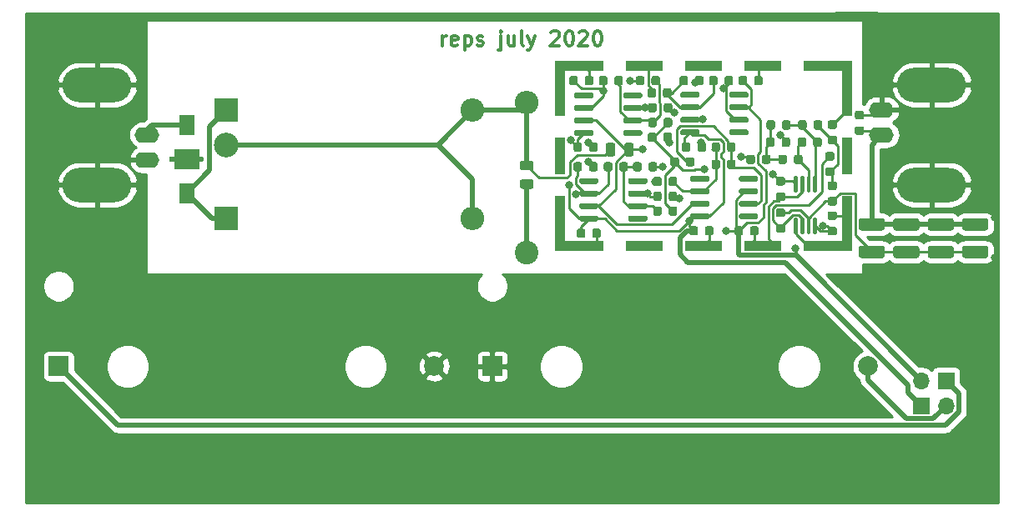
<source format=gbr>
%TF.GenerationSoftware,KiCad,Pcbnew,(5.1.6)-1*%
%TF.CreationDate,2020-07-02T12:36:14+02:00*%
%TF.ProjectId,mu_lna,6d755f6c-6e61-42e6-9b69-6361645f7063,rev?*%
%TF.SameCoordinates,Original*%
%TF.FileFunction,Copper,L1,Top*%
%TF.FilePolarity,Positive*%
%FSLAX46Y46*%
G04 Gerber Fmt 4.6, Leading zero omitted, Abs format (unit mm)*
G04 Created by KiCad (PCBNEW (5.1.6)-1) date 2020-07-02 12:36:14*
%MOMM*%
%LPD*%
G01*
G04 APERTURE LIST*
%TA.AperFunction,NonConductor*%
%ADD10C,0.300000*%
%TD*%
%TA.AperFunction,ComponentPad*%
%ADD11C,0.600000*%
%TD*%
%TA.AperFunction,SMDPad,CuDef*%
%ADD12R,1.600000X2.000000*%
%TD*%
%TA.AperFunction,SMDPad,CuDef*%
%ADD13R,2.600000X2.000000*%
%TD*%
%TA.AperFunction,ComponentPad*%
%ADD14O,2.400000X2.400000*%
%TD*%
%TA.AperFunction,ComponentPad*%
%ADD15R,2.400000X2.400000*%
%TD*%
%TA.AperFunction,ComponentPad*%
%ADD16C,2.400000*%
%TD*%
%TA.AperFunction,SMDPad,CuDef*%
%ADD17R,1.000000X1.000000*%
%TD*%
%TA.AperFunction,SMDPad,CuDef*%
%ADD18R,3.980000X1.000000*%
%TD*%
%TA.AperFunction,SMDPad,CuDef*%
%ADD19R,3.800000X1.000000*%
%TD*%
%TA.AperFunction,SMDPad,CuDef*%
%ADD20R,1.000000X4.550000*%
%TD*%
%TA.AperFunction,SMDPad,CuDef*%
%ADD21R,1.000000X3.800000*%
%TD*%
%TA.AperFunction,ComponentPad*%
%ADD22O,1.700000X1.700000*%
%TD*%
%TA.AperFunction,ComponentPad*%
%ADD23R,1.700000X1.700000*%
%TD*%
%TA.AperFunction,ComponentPad*%
%ADD24O,2.500000X1.600000*%
%TD*%
%TA.AperFunction,ComponentPad*%
%ADD25O,7.000000X3.500000*%
%TD*%
%TA.AperFunction,ComponentPad*%
%ADD26C,2.000000*%
%TD*%
%TA.AperFunction,ComponentPad*%
%ADD27R,2.000000X2.000000*%
%TD*%
%TA.AperFunction,ViaPad*%
%ADD28C,0.800000*%
%TD*%
%TA.AperFunction,ViaPad*%
%ADD29C,2.500000*%
%TD*%
%TA.AperFunction,Conductor*%
%ADD30C,0.500000*%
%TD*%
%TA.AperFunction,Conductor*%
%ADD31C,1.000000*%
%TD*%
%TA.AperFunction,Conductor*%
%ADD32C,0.250000*%
%TD*%
%TA.AperFunction,Conductor*%
%ADD33C,0.254000*%
%TD*%
G04 APERTURE END LIST*
D10*
X137964285Y-78428571D02*
X137964285Y-77428571D01*
X137964285Y-77714285D02*
X138035714Y-77571428D01*
X138107142Y-77500000D01*
X138250000Y-77428571D01*
X138392857Y-77428571D01*
X139464285Y-78357142D02*
X139321428Y-78428571D01*
X139035714Y-78428571D01*
X138892857Y-78357142D01*
X138821428Y-78214285D01*
X138821428Y-77642857D01*
X138892857Y-77500000D01*
X139035714Y-77428571D01*
X139321428Y-77428571D01*
X139464285Y-77500000D01*
X139535714Y-77642857D01*
X139535714Y-77785714D01*
X138821428Y-77928571D01*
X140178571Y-77428571D02*
X140178571Y-78928571D01*
X140178571Y-77500000D02*
X140321428Y-77428571D01*
X140607142Y-77428571D01*
X140750000Y-77500000D01*
X140821428Y-77571428D01*
X140892857Y-77714285D01*
X140892857Y-78142857D01*
X140821428Y-78285714D01*
X140750000Y-78357142D01*
X140607142Y-78428571D01*
X140321428Y-78428571D01*
X140178571Y-78357142D01*
X141464285Y-78357142D02*
X141607142Y-78428571D01*
X141892857Y-78428571D01*
X142035714Y-78357142D01*
X142107142Y-78214285D01*
X142107142Y-78142857D01*
X142035714Y-78000000D01*
X141892857Y-77928571D01*
X141678571Y-77928571D01*
X141535714Y-77857142D01*
X141464285Y-77714285D01*
X141464285Y-77642857D01*
X141535714Y-77500000D01*
X141678571Y-77428571D01*
X141892857Y-77428571D01*
X142035714Y-77500000D01*
X143892857Y-77428571D02*
X143892857Y-78714285D01*
X143821428Y-78857142D01*
X143678571Y-78928571D01*
X143607142Y-78928571D01*
X143892857Y-76928571D02*
X143821428Y-77000000D01*
X143892857Y-77071428D01*
X143964285Y-77000000D01*
X143892857Y-76928571D01*
X143892857Y-77071428D01*
X145250000Y-77428571D02*
X145250000Y-78428571D01*
X144607142Y-77428571D02*
X144607142Y-78214285D01*
X144678571Y-78357142D01*
X144821428Y-78428571D01*
X145035714Y-78428571D01*
X145178571Y-78357142D01*
X145250000Y-78285714D01*
X146178571Y-78428571D02*
X146035714Y-78357142D01*
X145964285Y-78214285D01*
X145964285Y-76928571D01*
X146607142Y-77428571D02*
X146964285Y-78428571D01*
X147321428Y-77428571D02*
X146964285Y-78428571D01*
X146821428Y-78785714D01*
X146750000Y-78857142D01*
X146607142Y-78928571D01*
X148964285Y-77071428D02*
X149035714Y-77000000D01*
X149178571Y-76928571D01*
X149535714Y-76928571D01*
X149678571Y-77000000D01*
X149750000Y-77071428D01*
X149821428Y-77214285D01*
X149821428Y-77357142D01*
X149750000Y-77571428D01*
X148892857Y-78428571D01*
X149821428Y-78428571D01*
X150750000Y-76928571D02*
X150892857Y-76928571D01*
X151035714Y-77000000D01*
X151107142Y-77071428D01*
X151178571Y-77214285D01*
X151250000Y-77500000D01*
X151250000Y-77857142D01*
X151178571Y-78142857D01*
X151107142Y-78285714D01*
X151035714Y-78357142D01*
X150892857Y-78428571D01*
X150750000Y-78428571D01*
X150607142Y-78357142D01*
X150535714Y-78285714D01*
X150464285Y-78142857D01*
X150392857Y-77857142D01*
X150392857Y-77500000D01*
X150464285Y-77214285D01*
X150535714Y-77071428D01*
X150607142Y-77000000D01*
X150750000Y-76928571D01*
X151821428Y-77071428D02*
X151892857Y-77000000D01*
X152035714Y-76928571D01*
X152392857Y-76928571D01*
X152535714Y-77000000D01*
X152607142Y-77071428D01*
X152678571Y-77214285D01*
X152678571Y-77357142D01*
X152607142Y-77571428D01*
X151750000Y-78428571D01*
X152678571Y-78428571D01*
X153607142Y-76928571D02*
X153750000Y-76928571D01*
X153892857Y-77000000D01*
X153964285Y-77071428D01*
X154035714Y-77214285D01*
X154107142Y-77500000D01*
X154107142Y-77857142D01*
X154035714Y-78142857D01*
X153964285Y-78285714D01*
X153892857Y-78357142D01*
X153750000Y-78428571D01*
X153607142Y-78428571D01*
X153464285Y-78357142D01*
X153392857Y-78285714D01*
X153321428Y-78142857D01*
X153250000Y-77857142D01*
X153250000Y-77500000D01*
X153321428Y-77214285D01*
X153392857Y-77071428D01*
X153464285Y-77000000D01*
X153607142Y-76928571D01*
D11*
%TO.P,FL1,5*%
%TO.N,GND*%
X110500000Y-90000000D03*
%TO.P,FL1,4*%
X113500000Y-90000000D03*
D12*
%TO.P,FL1,3*%
%TO.N,Net-(C12-Pad1)*%
X112000000Y-93450000D03*
D13*
%TO.P,FL1,2*%
%TO.N,GND*%
X112000000Y-90000000D03*
D12*
%TO.P,FL1,1*%
%TO.N,Net-(FL1-Pad1)*%
X112000000Y-86550000D03*
%TD*%
%TO.P,C25,2*%
%TO.N,-12V*%
%TA.AperFunction,SMDPad,CuDef*%
G36*
G01*
X172506250Y-92650000D02*
X171993750Y-92650000D01*
G75*
G02*
X171775000Y-92431250I0J218750D01*
G01*
X171775000Y-91993750D01*
G75*
G02*
X171993750Y-91775000I218750J0D01*
G01*
X172506250Y-91775000D01*
G75*
G02*
X172725000Y-91993750I0J-218750D01*
G01*
X172725000Y-92431250D01*
G75*
G02*
X172506250Y-92650000I-218750J0D01*
G01*
G37*
%TD.AperFunction*%
%TO.P,C25,1*%
%TO.N,GND*%
%TA.AperFunction,SMDPad,CuDef*%
G36*
G01*
X172506250Y-94225000D02*
X171993750Y-94225000D01*
G75*
G02*
X171775000Y-94006250I0J218750D01*
G01*
X171775000Y-93568750D01*
G75*
G02*
X171993750Y-93350000I218750J0D01*
G01*
X172506250Y-93350000D01*
G75*
G02*
X172725000Y-93568750I0J-218750D01*
G01*
X172725000Y-94006250D01*
G75*
G02*
X172506250Y-94225000I-218750J0D01*
G01*
G37*
%TD.AperFunction*%
%TD*%
%TO.P,C24,2*%
%TO.N,GND*%
%TA.AperFunction,SMDPad,CuDef*%
G36*
G01*
X177756250Y-96150000D02*
X177243750Y-96150000D01*
G75*
G02*
X177025000Y-95931250I0J218750D01*
G01*
X177025000Y-95493750D01*
G75*
G02*
X177243750Y-95275000I218750J0D01*
G01*
X177756250Y-95275000D01*
G75*
G02*
X177975000Y-95493750I0J-218750D01*
G01*
X177975000Y-95931250D01*
G75*
G02*
X177756250Y-96150000I-218750J0D01*
G01*
G37*
%TD.AperFunction*%
%TO.P,C24,1*%
%TO.N,+12V*%
%TA.AperFunction,SMDPad,CuDef*%
G36*
G01*
X177756250Y-97725000D02*
X177243750Y-97725000D01*
G75*
G02*
X177025000Y-97506250I0J218750D01*
G01*
X177025000Y-97068750D01*
G75*
G02*
X177243750Y-96850000I218750J0D01*
G01*
X177756250Y-96850000D01*
G75*
G02*
X177975000Y-97068750I0J-218750D01*
G01*
X177975000Y-97506250D01*
G75*
G02*
X177756250Y-97725000I-218750J0D01*
G01*
G37*
%TD.AperFunction*%
%TD*%
%TO.P,C23,2*%
%TO.N,Net-(C23-Pad2)*%
%TA.AperFunction,SMDPad,CuDef*%
G36*
G01*
X166112500Y-90243750D02*
X166112500Y-90756250D01*
G75*
G02*
X165893750Y-90975000I-218750J0D01*
G01*
X165456250Y-90975000D01*
G75*
G02*
X165237500Y-90756250I0J218750D01*
G01*
X165237500Y-90243750D01*
G75*
G02*
X165456250Y-90025000I218750J0D01*
G01*
X165893750Y-90025000D01*
G75*
G02*
X166112500Y-90243750I0J-218750D01*
G01*
G37*
%TD.AperFunction*%
%TO.P,C23,1*%
%TO.N,Net-(C23-Pad1)*%
%TA.AperFunction,SMDPad,CuDef*%
G36*
G01*
X167687500Y-90243750D02*
X167687500Y-90756250D01*
G75*
G02*
X167468750Y-90975000I-218750J0D01*
G01*
X167031250Y-90975000D01*
G75*
G02*
X166812500Y-90756250I0J218750D01*
G01*
X166812500Y-90243750D01*
G75*
G02*
X167031250Y-90025000I218750J0D01*
G01*
X167468750Y-90025000D01*
G75*
G02*
X167687500Y-90243750I0J-218750D01*
G01*
G37*
%TD.AperFunction*%
%TD*%
%TO.P,U2,8*%
%TO.N,+12V*%
%TA.AperFunction,SMDPad,CuDef*%
G36*
G01*
X175650000Y-95937500D02*
X175850000Y-95937500D01*
G75*
G02*
X175950000Y-96037500I0J-100000D01*
G01*
X175950000Y-97462500D01*
G75*
G02*
X175850000Y-97562500I-100000J0D01*
G01*
X175650000Y-97562500D01*
G75*
G02*
X175550000Y-97462500I0J100000D01*
G01*
X175550000Y-96037500D01*
G75*
G02*
X175650000Y-95937500I100000J0D01*
G01*
G37*
%TD.AperFunction*%
%TO.P,U2,7*%
%TO.N,Net-(C11-Pad2)*%
%TA.AperFunction,SMDPad,CuDef*%
G36*
G01*
X175000000Y-95937500D02*
X175200000Y-95937500D01*
G75*
G02*
X175300000Y-96037500I0J-100000D01*
G01*
X175300000Y-97462500D01*
G75*
G02*
X175200000Y-97562500I-100000J0D01*
G01*
X175000000Y-97562500D01*
G75*
G02*
X174900000Y-97462500I0J100000D01*
G01*
X174900000Y-96037500D01*
G75*
G02*
X175000000Y-95937500I100000J0D01*
G01*
G37*
%TD.AperFunction*%
%TO.P,U2,6*%
%TO.N,Net-(C11-Pad1)*%
%TA.AperFunction,SMDPad,CuDef*%
G36*
G01*
X174350000Y-95937500D02*
X174550000Y-95937500D01*
G75*
G02*
X174650000Y-96037500I0J-100000D01*
G01*
X174650000Y-97462500D01*
G75*
G02*
X174550000Y-97562500I-100000J0D01*
G01*
X174350000Y-97562500D01*
G75*
G02*
X174250000Y-97462500I0J100000D01*
G01*
X174250000Y-96037500D01*
G75*
G02*
X174350000Y-95937500I100000J0D01*
G01*
G37*
%TD.AperFunction*%
%TO.P,U2,5*%
%TO.N,GND*%
%TA.AperFunction,SMDPad,CuDef*%
G36*
G01*
X173700000Y-95937500D02*
X173900000Y-95937500D01*
G75*
G02*
X174000000Y-96037500I0J-100000D01*
G01*
X174000000Y-97462500D01*
G75*
G02*
X173900000Y-97562500I-100000J0D01*
G01*
X173700000Y-97562500D01*
G75*
G02*
X173600000Y-97462500I0J100000D01*
G01*
X173600000Y-96037500D01*
G75*
G02*
X173700000Y-95937500I100000J0D01*
G01*
G37*
%TD.AperFunction*%
%TO.P,U2,4*%
%TO.N,-12V*%
%TA.AperFunction,SMDPad,CuDef*%
G36*
G01*
X173700000Y-91712500D02*
X173900000Y-91712500D01*
G75*
G02*
X174000000Y-91812500I0J-100000D01*
G01*
X174000000Y-93237500D01*
G75*
G02*
X173900000Y-93337500I-100000J0D01*
G01*
X173700000Y-93337500D01*
G75*
G02*
X173600000Y-93237500I0J100000D01*
G01*
X173600000Y-91812500D01*
G75*
G02*
X173700000Y-91712500I100000J0D01*
G01*
G37*
%TD.AperFunction*%
%TO.P,U2,3*%
%TO.N,GND*%
%TA.AperFunction,SMDPad,CuDef*%
G36*
G01*
X174350000Y-91712500D02*
X174550000Y-91712500D01*
G75*
G02*
X174650000Y-91812500I0J-100000D01*
G01*
X174650000Y-93237500D01*
G75*
G02*
X174550000Y-93337500I-100000J0D01*
G01*
X174350000Y-93337500D01*
G75*
G02*
X174250000Y-93237500I0J100000D01*
G01*
X174250000Y-91812500D01*
G75*
G02*
X174350000Y-91712500I100000J0D01*
G01*
G37*
%TD.AperFunction*%
%TO.P,U2,2*%
%TO.N,Net-(C10-Pad1)*%
%TA.AperFunction,SMDPad,CuDef*%
G36*
G01*
X175000000Y-91712500D02*
X175200000Y-91712500D01*
G75*
G02*
X175300000Y-91812500I0J-100000D01*
G01*
X175300000Y-93237500D01*
G75*
G02*
X175200000Y-93337500I-100000J0D01*
G01*
X175000000Y-93337500D01*
G75*
G02*
X174900000Y-93237500I0J100000D01*
G01*
X174900000Y-91812500D01*
G75*
G02*
X175000000Y-91712500I100000J0D01*
G01*
G37*
%TD.AperFunction*%
%TO.P,U2,1*%
%TO.N,Net-(C10-Pad2)*%
%TA.AperFunction,SMDPad,CuDef*%
G36*
G01*
X175650000Y-91712500D02*
X175850000Y-91712500D01*
G75*
G02*
X175950000Y-91812500I0J-100000D01*
G01*
X175950000Y-93237500D01*
G75*
G02*
X175850000Y-93337500I-100000J0D01*
G01*
X175650000Y-93337500D01*
G75*
G02*
X175550000Y-93237500I0J100000D01*
G01*
X175550000Y-91812500D01*
G75*
G02*
X175650000Y-91712500I100000J0D01*
G01*
G37*
%TD.AperFunction*%
%TD*%
%TO.P,C20,2*%
%TO.N,Net-(C18-Pad2)*%
%TA.AperFunction,SMDPad,CuDef*%
G36*
G01*
X193075000Y-97225000D02*
X190925000Y-97225000D01*
G75*
G02*
X190675000Y-96975000I0J250000D01*
G01*
X190675000Y-96225000D01*
G75*
G02*
X190925000Y-95975000I250000J0D01*
G01*
X193075000Y-95975000D01*
G75*
G02*
X193325000Y-96225000I0J-250000D01*
G01*
X193325000Y-96975000D01*
G75*
G02*
X193075000Y-97225000I-250000J0D01*
G01*
G37*
%TD.AperFunction*%
%TO.P,C20,1*%
%TO.N,Net-(C11-Pad2)*%
%TA.AperFunction,SMDPad,CuDef*%
G36*
G01*
X193075000Y-100025000D02*
X190925000Y-100025000D01*
G75*
G02*
X190675000Y-99775000I0J250000D01*
G01*
X190675000Y-99025000D01*
G75*
G02*
X190925000Y-98775000I250000J0D01*
G01*
X193075000Y-98775000D01*
G75*
G02*
X193325000Y-99025000I0J-250000D01*
G01*
X193325000Y-99775000D01*
G75*
G02*
X193075000Y-100025000I-250000J0D01*
G01*
G37*
%TD.AperFunction*%
%TD*%
%TO.P,R18,2*%
%TO.N,Net-(C18-Pad2)*%
%TA.AperFunction,SMDPad,CuDef*%
G36*
G01*
X179993750Y-86637500D02*
X180506250Y-86637500D01*
G75*
G02*
X180725000Y-86856250I0J-218750D01*
G01*
X180725000Y-87293750D01*
G75*
G02*
X180506250Y-87512500I-218750J0D01*
G01*
X179993750Y-87512500D01*
G75*
G02*
X179775000Y-87293750I0J218750D01*
G01*
X179775000Y-86856250D01*
G75*
G02*
X179993750Y-86637500I218750J0D01*
G01*
G37*
%TD.AperFunction*%
%TO.P,R18,1*%
%TO.N,GND*%
%TA.AperFunction,SMDPad,CuDef*%
G36*
G01*
X179993750Y-85062500D02*
X180506250Y-85062500D01*
G75*
G02*
X180725000Y-85281250I0J-218750D01*
G01*
X180725000Y-85718750D01*
G75*
G02*
X180506250Y-85937500I-218750J0D01*
G01*
X179993750Y-85937500D01*
G75*
G02*
X179775000Y-85718750I0J218750D01*
G01*
X179775000Y-85281250D01*
G75*
G02*
X179993750Y-85062500I218750J0D01*
G01*
G37*
%TD.AperFunction*%
%TD*%
%TO.P,R5,2*%
%TO.N,Net-(C15-Pad2)*%
%TA.AperFunction,SMDPad,CuDef*%
G36*
G01*
X177756250Y-93112500D02*
X177243750Y-93112500D01*
G75*
G02*
X177025000Y-92893750I0J218750D01*
G01*
X177025000Y-92456250D01*
G75*
G02*
X177243750Y-92237500I218750J0D01*
G01*
X177756250Y-92237500D01*
G75*
G02*
X177975000Y-92456250I0J-218750D01*
G01*
X177975000Y-92893750D01*
G75*
G02*
X177756250Y-93112500I-218750J0D01*
G01*
G37*
%TD.AperFunction*%
%TO.P,R5,1*%
%TO.N,Net-(C11-Pad2)*%
%TA.AperFunction,SMDPad,CuDef*%
G36*
G01*
X177756250Y-94687500D02*
X177243750Y-94687500D01*
G75*
G02*
X177025000Y-94468750I0J218750D01*
G01*
X177025000Y-94031250D01*
G75*
G02*
X177243750Y-93812500I218750J0D01*
G01*
X177756250Y-93812500D01*
G75*
G02*
X177975000Y-94031250I0J-218750D01*
G01*
X177975000Y-94468750D01*
G75*
G02*
X177756250Y-94687500I-218750J0D01*
G01*
G37*
%TD.AperFunction*%
%TD*%
%TO.P,C22,2*%
%TO.N,Net-(C18-Pad2)*%
%TA.AperFunction,SMDPad,CuDef*%
G36*
G01*
X189575000Y-97225000D02*
X187425000Y-97225000D01*
G75*
G02*
X187175000Y-96975000I0J250000D01*
G01*
X187175000Y-96225000D01*
G75*
G02*
X187425000Y-95975000I250000J0D01*
G01*
X189575000Y-95975000D01*
G75*
G02*
X189825000Y-96225000I0J-250000D01*
G01*
X189825000Y-96975000D01*
G75*
G02*
X189575000Y-97225000I-250000J0D01*
G01*
G37*
%TD.AperFunction*%
%TO.P,C22,1*%
%TO.N,Net-(C11-Pad2)*%
%TA.AperFunction,SMDPad,CuDef*%
G36*
G01*
X189575000Y-100025000D02*
X187425000Y-100025000D01*
G75*
G02*
X187175000Y-99775000I0J250000D01*
G01*
X187175000Y-99025000D01*
G75*
G02*
X187425000Y-98775000I250000J0D01*
G01*
X189575000Y-98775000D01*
G75*
G02*
X189825000Y-99025000I0J-250000D01*
G01*
X189825000Y-99775000D01*
G75*
G02*
X189575000Y-100025000I-250000J0D01*
G01*
G37*
%TD.AperFunction*%
%TD*%
%TO.P,C21,2*%
%TO.N,Net-(C18-Pad2)*%
%TA.AperFunction,SMDPad,CuDef*%
G36*
G01*
X186075000Y-97225000D02*
X183925000Y-97225000D01*
G75*
G02*
X183675000Y-96975000I0J250000D01*
G01*
X183675000Y-96225000D01*
G75*
G02*
X183925000Y-95975000I250000J0D01*
G01*
X186075000Y-95975000D01*
G75*
G02*
X186325000Y-96225000I0J-250000D01*
G01*
X186325000Y-96975000D01*
G75*
G02*
X186075000Y-97225000I-250000J0D01*
G01*
G37*
%TD.AperFunction*%
%TO.P,C21,1*%
%TO.N,Net-(C11-Pad2)*%
%TA.AperFunction,SMDPad,CuDef*%
G36*
G01*
X186075000Y-100025000D02*
X183925000Y-100025000D01*
G75*
G02*
X183675000Y-99775000I0J250000D01*
G01*
X183675000Y-99025000D01*
G75*
G02*
X183925000Y-98775000I250000J0D01*
G01*
X186075000Y-98775000D01*
G75*
G02*
X186325000Y-99025000I0J-250000D01*
G01*
X186325000Y-99775000D01*
G75*
G02*
X186075000Y-100025000I-250000J0D01*
G01*
G37*
%TD.AperFunction*%
%TD*%
%TO.P,C18,2*%
%TO.N,Net-(C18-Pad2)*%
%TA.AperFunction,SMDPad,CuDef*%
G36*
G01*
X182575000Y-97225000D02*
X180425000Y-97225000D01*
G75*
G02*
X180175000Y-96975000I0J250000D01*
G01*
X180175000Y-96225000D01*
G75*
G02*
X180425000Y-95975000I250000J0D01*
G01*
X182575000Y-95975000D01*
G75*
G02*
X182825000Y-96225000I0J-250000D01*
G01*
X182825000Y-96975000D01*
G75*
G02*
X182575000Y-97225000I-250000J0D01*
G01*
G37*
%TD.AperFunction*%
%TO.P,C18,1*%
%TO.N,Net-(C11-Pad2)*%
%TA.AperFunction,SMDPad,CuDef*%
G36*
G01*
X182575000Y-100025000D02*
X180425000Y-100025000D01*
G75*
G02*
X180175000Y-99775000I0J250000D01*
G01*
X180175000Y-99025000D01*
G75*
G02*
X180425000Y-98775000I250000J0D01*
G01*
X182575000Y-98775000D01*
G75*
G02*
X182825000Y-99025000I0J-250000D01*
G01*
X182825000Y-99775000D01*
G75*
G02*
X182575000Y-100025000I-250000J0D01*
G01*
G37*
%TD.AperFunction*%
%TD*%
%TO.P,C11,2*%
%TO.N,Net-(C11-Pad2)*%
%TA.AperFunction,SMDPad,CuDef*%
G36*
G01*
X172506250Y-95862500D02*
X171993750Y-95862500D01*
G75*
G02*
X171775000Y-95643750I0J218750D01*
G01*
X171775000Y-95206250D01*
G75*
G02*
X171993750Y-94987500I218750J0D01*
G01*
X172506250Y-94987500D01*
G75*
G02*
X172725000Y-95206250I0J-218750D01*
G01*
X172725000Y-95643750D01*
G75*
G02*
X172506250Y-95862500I-218750J0D01*
G01*
G37*
%TD.AperFunction*%
%TO.P,C11,1*%
%TO.N,Net-(C11-Pad1)*%
%TA.AperFunction,SMDPad,CuDef*%
G36*
G01*
X172506250Y-97437500D02*
X171993750Y-97437500D01*
G75*
G02*
X171775000Y-97218750I0J218750D01*
G01*
X171775000Y-96781250D01*
G75*
G02*
X171993750Y-96562500I218750J0D01*
G01*
X172506250Y-96562500D01*
G75*
G02*
X172725000Y-96781250I0J-218750D01*
G01*
X172725000Y-97218750D01*
G75*
G02*
X172506250Y-97437500I-218750J0D01*
G01*
G37*
%TD.AperFunction*%
%TD*%
%TO.P,C8,2*%
%TO.N,-12V*%
%TA.AperFunction,SMDPad,CuDef*%
G36*
G01*
X163112500Y-88493750D02*
X163112500Y-89006250D01*
G75*
G02*
X162893750Y-89225000I-218750J0D01*
G01*
X162456250Y-89225000D01*
G75*
G02*
X162237500Y-89006250I0J218750D01*
G01*
X162237500Y-88493750D01*
G75*
G02*
X162456250Y-88275000I218750J0D01*
G01*
X162893750Y-88275000D01*
G75*
G02*
X163112500Y-88493750I0J-218750D01*
G01*
G37*
%TD.AperFunction*%
%TO.P,C8,1*%
%TO.N,GND*%
%TA.AperFunction,SMDPad,CuDef*%
G36*
G01*
X164687500Y-88493750D02*
X164687500Y-89006250D01*
G75*
G02*
X164468750Y-89225000I-218750J0D01*
G01*
X164031250Y-89225000D01*
G75*
G02*
X163812500Y-89006250I0J218750D01*
G01*
X163812500Y-88493750D01*
G75*
G02*
X164031250Y-88275000I218750J0D01*
G01*
X164468750Y-88275000D01*
G75*
G02*
X164687500Y-88493750I0J-218750D01*
G01*
G37*
%TD.AperFunction*%
%TD*%
%TO.P,C7,2*%
%TO.N,-12V*%
%TA.AperFunction,SMDPad,CuDef*%
G36*
G01*
X152437500Y-97243750D02*
X152437500Y-97756250D01*
G75*
G02*
X152218750Y-97975000I-218750J0D01*
G01*
X151781250Y-97975000D01*
G75*
G02*
X151562500Y-97756250I0J218750D01*
G01*
X151562500Y-97243750D01*
G75*
G02*
X151781250Y-97025000I218750J0D01*
G01*
X152218750Y-97025000D01*
G75*
G02*
X152437500Y-97243750I0J-218750D01*
G01*
G37*
%TD.AperFunction*%
%TO.P,C7,1*%
%TO.N,GND*%
%TA.AperFunction,SMDPad,CuDef*%
G36*
G01*
X154012500Y-97243750D02*
X154012500Y-97756250D01*
G75*
G02*
X153793750Y-97975000I-218750J0D01*
G01*
X153356250Y-97975000D01*
G75*
G02*
X153137500Y-97756250I0J218750D01*
G01*
X153137500Y-97243750D01*
G75*
G02*
X153356250Y-97025000I218750J0D01*
G01*
X153793750Y-97025000D01*
G75*
G02*
X154012500Y-97243750I0J-218750D01*
G01*
G37*
%TD.AperFunction*%
%TD*%
%TO.P,C6,2*%
%TO.N,-12V*%
%TA.AperFunction,SMDPad,CuDef*%
G36*
G01*
X163862500Y-96993750D02*
X163862500Y-97506250D01*
G75*
G02*
X163643750Y-97725000I-218750J0D01*
G01*
X163206250Y-97725000D01*
G75*
G02*
X162987500Y-97506250I0J218750D01*
G01*
X162987500Y-96993750D01*
G75*
G02*
X163206250Y-96775000I218750J0D01*
G01*
X163643750Y-96775000D01*
G75*
G02*
X163862500Y-96993750I0J-218750D01*
G01*
G37*
%TD.AperFunction*%
%TO.P,C6,1*%
%TO.N,GND*%
%TA.AperFunction,SMDPad,CuDef*%
G36*
G01*
X165437500Y-96993750D02*
X165437500Y-97506250D01*
G75*
G02*
X165218750Y-97725000I-218750J0D01*
G01*
X164781250Y-97725000D01*
G75*
G02*
X164562500Y-97506250I0J218750D01*
G01*
X164562500Y-96993750D01*
G75*
G02*
X164781250Y-96775000I218750J0D01*
G01*
X165218750Y-96775000D01*
G75*
G02*
X165437500Y-96993750I0J-218750D01*
G01*
G37*
%TD.AperFunction*%
%TD*%
%TO.P,C5,2*%
%TO.N,-12V*%
%TA.AperFunction,SMDPad,CuDef*%
G36*
G01*
X152112500Y-88493750D02*
X152112500Y-89006250D01*
G75*
G02*
X151893750Y-89225000I-218750J0D01*
G01*
X151456250Y-89225000D01*
G75*
G02*
X151237500Y-89006250I0J218750D01*
G01*
X151237500Y-88493750D01*
G75*
G02*
X151456250Y-88275000I218750J0D01*
G01*
X151893750Y-88275000D01*
G75*
G02*
X152112500Y-88493750I0J-218750D01*
G01*
G37*
%TD.AperFunction*%
%TO.P,C5,1*%
%TO.N,GND*%
%TA.AperFunction,SMDPad,CuDef*%
G36*
G01*
X153687500Y-88493750D02*
X153687500Y-89006250D01*
G75*
G02*
X153468750Y-89225000I-218750J0D01*
G01*
X153031250Y-89225000D01*
G75*
G02*
X152812500Y-89006250I0J218750D01*
G01*
X152812500Y-88493750D01*
G75*
G02*
X153031250Y-88275000I218750J0D01*
G01*
X153468750Y-88275000D01*
G75*
G02*
X153687500Y-88493750I0J-218750D01*
G01*
G37*
%TD.AperFunction*%
%TD*%
%TO.P,C4,2*%
%TO.N,GND*%
%TA.AperFunction,SMDPad,CuDef*%
G36*
G01*
X160387500Y-85006250D02*
X160387500Y-84493750D01*
G75*
G02*
X160606250Y-84275000I218750J0D01*
G01*
X161043750Y-84275000D01*
G75*
G02*
X161262500Y-84493750I0J-218750D01*
G01*
X161262500Y-85006250D01*
G75*
G02*
X161043750Y-85225000I-218750J0D01*
G01*
X160606250Y-85225000D01*
G75*
G02*
X160387500Y-85006250I0J218750D01*
G01*
G37*
%TD.AperFunction*%
%TO.P,C4,1*%
%TO.N,+12V*%
%TA.AperFunction,SMDPad,CuDef*%
G36*
G01*
X158812500Y-85006250D02*
X158812500Y-84493750D01*
G75*
G02*
X159031250Y-84275000I218750J0D01*
G01*
X159468750Y-84275000D01*
G75*
G02*
X159687500Y-84493750I0J-218750D01*
G01*
X159687500Y-85006250D01*
G75*
G02*
X159468750Y-85225000I-218750J0D01*
G01*
X159031250Y-85225000D01*
G75*
G02*
X158812500Y-85006250I0J218750D01*
G01*
G37*
%TD.AperFunction*%
%TD*%
%TO.P,C3,2*%
%TO.N,GND*%
%TA.AperFunction,SMDPad,CuDef*%
G36*
G01*
X169562500Y-82256250D02*
X169562500Y-81743750D01*
G75*
G02*
X169781250Y-81525000I218750J0D01*
G01*
X170218750Y-81525000D01*
G75*
G02*
X170437500Y-81743750I0J-218750D01*
G01*
X170437500Y-82256250D01*
G75*
G02*
X170218750Y-82475000I-218750J0D01*
G01*
X169781250Y-82475000D01*
G75*
G02*
X169562500Y-82256250I0J218750D01*
G01*
G37*
%TD.AperFunction*%
%TO.P,C3,1*%
%TO.N,+12V*%
%TA.AperFunction,SMDPad,CuDef*%
G36*
G01*
X167987500Y-82256250D02*
X167987500Y-81743750D01*
G75*
G02*
X168206250Y-81525000I218750J0D01*
G01*
X168643750Y-81525000D01*
G75*
G02*
X168862500Y-81743750I0J-218750D01*
G01*
X168862500Y-82256250D01*
G75*
G02*
X168643750Y-82475000I-218750J0D01*
G01*
X168206250Y-82475000D01*
G75*
G02*
X167987500Y-82256250I0J218750D01*
G01*
G37*
%TD.AperFunction*%
%TD*%
%TO.P,C2,2*%
%TO.N,GND*%
%TA.AperFunction,SMDPad,CuDef*%
G36*
G01*
X169137500Y-97506250D02*
X169137500Y-96993750D01*
G75*
G02*
X169356250Y-96775000I218750J0D01*
G01*
X169793750Y-96775000D01*
G75*
G02*
X170012500Y-96993750I0J-218750D01*
G01*
X170012500Y-97506250D01*
G75*
G02*
X169793750Y-97725000I-218750J0D01*
G01*
X169356250Y-97725000D01*
G75*
G02*
X169137500Y-97506250I0J218750D01*
G01*
G37*
%TD.AperFunction*%
%TO.P,C2,1*%
%TO.N,+12V*%
%TA.AperFunction,SMDPad,CuDef*%
G36*
G01*
X167562500Y-97506250D02*
X167562500Y-96993750D01*
G75*
G02*
X167781250Y-96775000I218750J0D01*
G01*
X168218750Y-96775000D01*
G75*
G02*
X168437500Y-96993750I0J-218750D01*
G01*
X168437500Y-97506250D01*
G75*
G02*
X168218750Y-97725000I-218750J0D01*
G01*
X167781250Y-97725000D01*
G75*
G02*
X167562500Y-97506250I0J218750D01*
G01*
G37*
%TD.AperFunction*%
%TD*%
%TO.P,C1,2*%
%TO.N,GND*%
%TA.AperFunction,SMDPad,CuDef*%
G36*
G01*
X160887500Y-94006250D02*
X160887500Y-93493750D01*
G75*
G02*
X161106250Y-93275000I218750J0D01*
G01*
X161543750Y-93275000D01*
G75*
G02*
X161762500Y-93493750I0J-218750D01*
G01*
X161762500Y-94006250D01*
G75*
G02*
X161543750Y-94225000I-218750J0D01*
G01*
X161106250Y-94225000D01*
G75*
G02*
X160887500Y-94006250I0J218750D01*
G01*
G37*
%TD.AperFunction*%
%TO.P,C1,1*%
%TO.N,+12V*%
%TA.AperFunction,SMDPad,CuDef*%
G36*
G01*
X159312500Y-94006250D02*
X159312500Y-93493750D01*
G75*
G02*
X159531250Y-93275000I218750J0D01*
G01*
X159968750Y-93275000D01*
G75*
G02*
X160187500Y-93493750I0J-218750D01*
G01*
X160187500Y-94006250D01*
G75*
G02*
X159968750Y-94225000I-218750J0D01*
G01*
X159531250Y-94225000D01*
G75*
G02*
X159312500Y-94006250I0J218750D01*
G01*
G37*
%TD.AperFunction*%
%TD*%
%TO.P,R12,2*%
%TO.N,Net-(C15-Pad2)*%
%TA.AperFunction,SMDPad,CuDef*%
G36*
G01*
X176993750Y-90812500D02*
X177506250Y-90812500D01*
G75*
G02*
X177725000Y-91031250I0J-218750D01*
G01*
X177725000Y-91468750D01*
G75*
G02*
X177506250Y-91687500I-218750J0D01*
G01*
X176993750Y-91687500D01*
G75*
G02*
X176775000Y-91468750I0J218750D01*
G01*
X176775000Y-91031250D01*
G75*
G02*
X176993750Y-90812500I218750J0D01*
G01*
G37*
%TD.AperFunction*%
%TO.P,R12,1*%
%TO.N,Net-(C11-Pad1)*%
%TA.AperFunction,SMDPad,CuDef*%
G36*
G01*
X176993750Y-89237500D02*
X177506250Y-89237500D01*
G75*
G02*
X177725000Y-89456250I0J-218750D01*
G01*
X177725000Y-89893750D01*
G75*
G02*
X177506250Y-90112500I-218750J0D01*
G01*
X176993750Y-90112500D01*
G75*
G02*
X176775000Y-89893750I0J218750D01*
G01*
X176775000Y-89456250D01*
G75*
G02*
X176993750Y-89237500I218750J0D01*
G01*
G37*
%TD.AperFunction*%
%TD*%
%TO.P,R10,2*%
%TO.N,Net-(C13-Pad2)*%
%TA.AperFunction,SMDPad,CuDef*%
G36*
G01*
X172900000Y-89743750D02*
X172900000Y-90256250D01*
G75*
G02*
X172681250Y-90475000I-218750J0D01*
G01*
X172243750Y-90475000D01*
G75*
G02*
X172025000Y-90256250I0J218750D01*
G01*
X172025000Y-89743750D01*
G75*
G02*
X172243750Y-89525000I218750J0D01*
G01*
X172681250Y-89525000D01*
G75*
G02*
X172900000Y-89743750I0J-218750D01*
G01*
G37*
%TD.AperFunction*%
%TO.P,R10,1*%
%TO.N,Net-(C10-Pad1)*%
%TA.AperFunction,SMDPad,CuDef*%
G36*
G01*
X174475000Y-89743750D02*
X174475000Y-90256250D01*
G75*
G02*
X174256250Y-90475000I-218750J0D01*
G01*
X173818750Y-90475000D01*
G75*
G02*
X173600000Y-90256250I0J218750D01*
G01*
X173600000Y-89743750D01*
G75*
G02*
X173818750Y-89525000I218750J0D01*
G01*
X174256250Y-89525000D01*
G75*
G02*
X174475000Y-89743750I0J-218750D01*
G01*
G37*
%TD.AperFunction*%
%TD*%
%TO.P,R9,2*%
%TO.N,Net-(R1-Pad1)*%
%TA.AperFunction,SMDPad,CuDef*%
G36*
G01*
X169650000Y-89743750D02*
X169650000Y-90256250D01*
G75*
G02*
X169431250Y-90475000I-218750J0D01*
G01*
X168993750Y-90475000D01*
G75*
G02*
X168775000Y-90256250I0J218750D01*
G01*
X168775000Y-89743750D01*
G75*
G02*
X168993750Y-89525000I218750J0D01*
G01*
X169431250Y-89525000D01*
G75*
G02*
X169650000Y-89743750I0J-218750D01*
G01*
G37*
%TD.AperFunction*%
%TO.P,R9,1*%
%TO.N,Net-(C13-Pad2)*%
%TA.AperFunction,SMDPad,CuDef*%
G36*
G01*
X171225000Y-89743750D02*
X171225000Y-90256250D01*
G75*
G02*
X171006250Y-90475000I-218750J0D01*
G01*
X170568750Y-90475000D01*
G75*
G02*
X170350000Y-90256250I0J218750D01*
G01*
X170350000Y-89743750D01*
G75*
G02*
X170568750Y-89525000I218750J0D01*
G01*
X171006250Y-89525000D01*
G75*
G02*
X171225000Y-89743750I0J-218750D01*
G01*
G37*
%TD.AperFunction*%
%TD*%
%TO.P,R4,2*%
%TO.N,Net-(C13-Pad2)*%
%TA.AperFunction,SMDPad,CuDef*%
G36*
G01*
X171687500Y-86243750D02*
X171687500Y-86756250D01*
G75*
G02*
X171468750Y-86975000I-218750J0D01*
G01*
X171031250Y-86975000D01*
G75*
G02*
X170812500Y-86756250I0J218750D01*
G01*
X170812500Y-86243750D01*
G75*
G02*
X171031250Y-86025000I218750J0D01*
G01*
X171468750Y-86025000D01*
G75*
G02*
X171687500Y-86243750I0J-218750D01*
G01*
G37*
%TD.AperFunction*%
%TO.P,R4,1*%
%TO.N,Net-(C10-Pad2)*%
%TA.AperFunction,SMDPad,CuDef*%
G36*
G01*
X173262500Y-86243750D02*
X173262500Y-86756250D01*
G75*
G02*
X173043750Y-86975000I-218750J0D01*
G01*
X172606250Y-86975000D01*
G75*
G02*
X172387500Y-86756250I0J218750D01*
G01*
X172387500Y-86243750D01*
G75*
G02*
X172606250Y-86025000I218750J0D01*
G01*
X173043750Y-86025000D01*
G75*
G02*
X173262500Y-86243750I0J-218750D01*
G01*
G37*
%TD.AperFunction*%
%TD*%
%TO.P,C19,2*%
%TO.N,Net-(C19-Pad2)*%
%TA.AperFunction,SMDPad,CuDef*%
G36*
G01*
X165862500Y-81743750D02*
X165862500Y-82256250D01*
G75*
G02*
X165643750Y-82475000I-218750J0D01*
G01*
X165206250Y-82475000D01*
G75*
G02*
X164987500Y-82256250I0J218750D01*
G01*
X164987500Y-81743750D01*
G75*
G02*
X165206250Y-81525000I218750J0D01*
G01*
X165643750Y-81525000D01*
G75*
G02*
X165862500Y-81743750I0J-218750D01*
G01*
G37*
%TD.AperFunction*%
%TO.P,C19,1*%
%TO.N,Net-(C19-Pad1)*%
%TA.AperFunction,SMDPad,CuDef*%
G36*
G01*
X167437500Y-81743750D02*
X167437500Y-82256250D01*
G75*
G02*
X167218750Y-82475000I-218750J0D01*
G01*
X166781250Y-82475000D01*
G75*
G02*
X166562500Y-82256250I0J218750D01*
G01*
X166562500Y-81743750D01*
G75*
G02*
X166781250Y-81525000I218750J0D01*
G01*
X167218750Y-81525000D01*
G75*
G02*
X167437500Y-81743750I0J-218750D01*
G01*
G37*
%TD.AperFunction*%
%TD*%
%TO.P,C15,2*%
%TO.N,Net-(C15-Pad2)*%
%TA.AperFunction,SMDPad,CuDef*%
G36*
G01*
X177243750Y-87600000D02*
X177756250Y-87600000D01*
G75*
G02*
X177975000Y-87818750I0J-218750D01*
G01*
X177975000Y-88256250D01*
G75*
G02*
X177756250Y-88475000I-218750J0D01*
G01*
X177243750Y-88475000D01*
G75*
G02*
X177025000Y-88256250I0J218750D01*
G01*
X177025000Y-87818750D01*
G75*
G02*
X177243750Y-87600000I218750J0D01*
G01*
G37*
%TD.AperFunction*%
%TO.P,C15,1*%
%TO.N,GND*%
%TA.AperFunction,SMDPad,CuDef*%
G36*
G01*
X177243750Y-86025000D02*
X177756250Y-86025000D01*
G75*
G02*
X177975000Y-86243750I0J-218750D01*
G01*
X177975000Y-86681250D01*
G75*
G02*
X177756250Y-86900000I-218750J0D01*
G01*
X177243750Y-86900000D01*
G75*
G02*
X177025000Y-86681250I0J218750D01*
G01*
X177025000Y-86243750D01*
G75*
G02*
X177243750Y-86025000I218750J0D01*
G01*
G37*
%TD.AperFunction*%
%TD*%
%TO.P,C13,2*%
%TO.N,Net-(C13-Pad2)*%
%TA.AperFunction,SMDPad,CuDef*%
G36*
G01*
X171650000Y-87993750D02*
X171650000Y-88506250D01*
G75*
G02*
X171431250Y-88725000I-218750J0D01*
G01*
X170993750Y-88725000D01*
G75*
G02*
X170775000Y-88506250I0J218750D01*
G01*
X170775000Y-87993750D01*
G75*
G02*
X170993750Y-87775000I218750J0D01*
G01*
X171431250Y-87775000D01*
G75*
G02*
X171650000Y-87993750I0J-218750D01*
G01*
G37*
%TD.AperFunction*%
%TO.P,C13,1*%
%TO.N,GND*%
%TA.AperFunction,SMDPad,CuDef*%
G36*
G01*
X173225000Y-87993750D02*
X173225000Y-88506250D01*
G75*
G02*
X173006250Y-88725000I-218750J0D01*
G01*
X172568750Y-88725000D01*
G75*
G02*
X172350000Y-88506250I0J218750D01*
G01*
X172350000Y-87993750D01*
G75*
G02*
X172568750Y-87775000I218750J0D01*
G01*
X173006250Y-87775000D01*
G75*
G02*
X173225000Y-87993750I0J-218750D01*
G01*
G37*
%TD.AperFunction*%
%TD*%
%TO.P,C14,2*%
%TO.N,Net-(C14-Pad2)*%
%TA.AperFunction,SMDPad,CuDef*%
G36*
G01*
X158850000Y-91006250D02*
X158850000Y-90493750D01*
G75*
G02*
X159068750Y-90275000I218750J0D01*
G01*
X159506250Y-90275000D01*
G75*
G02*
X159725000Y-90493750I0J-218750D01*
G01*
X159725000Y-91006250D01*
G75*
G02*
X159506250Y-91225000I-218750J0D01*
G01*
X159068750Y-91225000D01*
G75*
G02*
X158850000Y-91006250I0J218750D01*
G01*
G37*
%TD.AperFunction*%
%TO.P,C14,1*%
%TO.N,Net-(C14-Pad1)*%
%TA.AperFunction,SMDPad,CuDef*%
G36*
G01*
X157275000Y-91006250D02*
X157275000Y-90493750D01*
G75*
G02*
X157493750Y-90275000I218750J0D01*
G01*
X157931250Y-90275000D01*
G75*
G02*
X158150000Y-90493750I0J-218750D01*
G01*
X158150000Y-91006250D01*
G75*
G02*
X157931250Y-91225000I-218750J0D01*
G01*
X157493750Y-91225000D01*
G75*
G02*
X157275000Y-91006250I0J218750D01*
G01*
G37*
%TD.AperFunction*%
%TD*%
%TO.P,C10,2*%
%TO.N,Net-(C10-Pad2)*%
%TA.AperFunction,SMDPad,CuDef*%
G36*
G01*
X175562500Y-88506250D02*
X175562500Y-87993750D01*
G75*
G02*
X175781250Y-87775000I218750J0D01*
G01*
X176218750Y-87775000D01*
G75*
G02*
X176437500Y-87993750I0J-218750D01*
G01*
X176437500Y-88506250D01*
G75*
G02*
X176218750Y-88725000I-218750J0D01*
G01*
X175781250Y-88725000D01*
G75*
G02*
X175562500Y-88506250I0J218750D01*
G01*
G37*
%TD.AperFunction*%
%TO.P,C10,1*%
%TO.N,Net-(C10-Pad1)*%
%TA.AperFunction,SMDPad,CuDef*%
G36*
G01*
X173987500Y-88506250D02*
X173987500Y-87993750D01*
G75*
G02*
X174206250Y-87775000I218750J0D01*
G01*
X174643750Y-87775000D01*
G75*
G02*
X174862500Y-87993750I0J-218750D01*
G01*
X174862500Y-88506250D01*
G75*
G02*
X174643750Y-88725000I-218750J0D01*
G01*
X174206250Y-88725000D01*
G75*
G02*
X173987500Y-88506250I0J218750D01*
G01*
G37*
%TD.AperFunction*%
%TD*%
%TO.P,C9,2*%
%TO.N,Net-(C9-Pad2)*%
%TA.AperFunction,SMDPad,CuDef*%
G36*
G01*
X154687500Y-81743750D02*
X154687500Y-82256250D01*
G75*
G02*
X154468750Y-82475000I-218750J0D01*
G01*
X154031250Y-82475000D01*
G75*
G02*
X153812500Y-82256250I0J218750D01*
G01*
X153812500Y-81743750D01*
G75*
G02*
X154031250Y-81525000I218750J0D01*
G01*
X154468750Y-81525000D01*
G75*
G02*
X154687500Y-81743750I0J-218750D01*
G01*
G37*
%TD.AperFunction*%
%TO.P,C9,1*%
%TO.N,Net-(C9-Pad1)*%
%TA.AperFunction,SMDPad,CuDef*%
G36*
G01*
X156262500Y-81743750D02*
X156262500Y-82256250D01*
G75*
G02*
X156043750Y-82475000I-218750J0D01*
G01*
X155606250Y-82475000D01*
G75*
G02*
X155387500Y-82256250I0J218750D01*
G01*
X155387500Y-81743750D01*
G75*
G02*
X155606250Y-81525000I218750J0D01*
G01*
X156043750Y-81525000D01*
G75*
G02*
X156262500Y-81743750I0J-218750D01*
G01*
G37*
%TD.AperFunction*%
%TD*%
%TO.P,R11,2*%
%TO.N,Net-(C10-Pad2)*%
%TA.AperFunction,SMDPad,CuDef*%
G36*
G01*
X174900000Y-86243750D02*
X174900000Y-86756250D01*
G75*
G02*
X174681250Y-86975000I-218750J0D01*
G01*
X174243750Y-86975000D01*
G75*
G02*
X174025000Y-86756250I0J218750D01*
G01*
X174025000Y-86243750D01*
G75*
G02*
X174243750Y-86025000I218750J0D01*
G01*
X174681250Y-86025000D01*
G75*
G02*
X174900000Y-86243750I0J-218750D01*
G01*
G37*
%TD.AperFunction*%
%TO.P,R11,1*%
%TO.N,Net-(C15-Pad2)*%
%TA.AperFunction,SMDPad,CuDef*%
G36*
G01*
X176475000Y-86243750D02*
X176475000Y-86756250D01*
G75*
G02*
X176256250Y-86975000I-218750J0D01*
G01*
X175818750Y-86975000D01*
G75*
G02*
X175600000Y-86756250I0J218750D01*
G01*
X175600000Y-86243750D01*
G75*
G02*
X175818750Y-86025000I218750J0D01*
G01*
X176256250Y-86025000D01*
G75*
G02*
X176475000Y-86243750I0J-218750D01*
G01*
G37*
%TD.AperFunction*%
%TD*%
%TO.P,R22,2*%
%TO.N,Net-(C23-Pad2)*%
%TA.AperFunction,SMDPad,CuDef*%
G36*
G01*
X160887500Y-92506250D02*
X160887500Y-91993750D01*
G75*
G02*
X161106250Y-91775000I218750J0D01*
G01*
X161543750Y-91775000D01*
G75*
G02*
X161762500Y-91993750I0J-218750D01*
G01*
X161762500Y-92506250D01*
G75*
G02*
X161543750Y-92725000I-218750J0D01*
G01*
X161106250Y-92725000D01*
G75*
G02*
X160887500Y-92506250I0J218750D01*
G01*
G37*
%TD.AperFunction*%
%TO.P,R22,1*%
%TO.N,GND*%
%TA.AperFunction,SMDPad,CuDef*%
G36*
G01*
X159312500Y-92506250D02*
X159312500Y-91993750D01*
G75*
G02*
X159531250Y-91775000I218750J0D01*
G01*
X159968750Y-91775000D01*
G75*
G02*
X160187500Y-91993750I0J-218750D01*
G01*
X160187500Y-92506250D01*
G75*
G02*
X159968750Y-92725000I-218750J0D01*
G01*
X159531250Y-92725000D01*
G75*
G02*
X159312500Y-92506250I0J218750D01*
G01*
G37*
%TD.AperFunction*%
%TD*%
%TO.P,R21,2*%
%TO.N,Net-(C23-Pad2)*%
%TA.AperFunction,SMDPad,CuDef*%
G36*
G01*
X166112500Y-88493750D02*
X166112500Y-89006250D01*
G75*
G02*
X165893750Y-89225000I-218750J0D01*
G01*
X165456250Y-89225000D01*
G75*
G02*
X165237500Y-89006250I0J218750D01*
G01*
X165237500Y-88493750D01*
G75*
G02*
X165456250Y-88275000I218750J0D01*
G01*
X165893750Y-88275000D01*
G75*
G02*
X166112500Y-88493750I0J-218750D01*
G01*
G37*
%TD.AperFunction*%
%TO.P,R21,1*%
%TO.N,Net-(C23-Pad1)*%
%TA.AperFunction,SMDPad,CuDef*%
G36*
G01*
X167687500Y-88493750D02*
X167687500Y-89006250D01*
G75*
G02*
X167468750Y-89225000I-218750J0D01*
G01*
X167031250Y-89225000D01*
G75*
G02*
X166812500Y-89006250I0J218750D01*
G01*
X166812500Y-88493750D01*
G75*
G02*
X167031250Y-88275000I218750J0D01*
G01*
X167468750Y-88275000D01*
G75*
G02*
X167687500Y-88493750I0J-218750D01*
G01*
G37*
%TD.AperFunction*%
%TD*%
%TO.P,R20,2*%
%TO.N,Net-(C23-Pad1)*%
%TA.AperFunction,SMDPad,CuDef*%
G36*
G01*
X162637500Y-90506250D02*
X162637500Y-89993750D01*
G75*
G02*
X162856250Y-89775000I218750J0D01*
G01*
X163293750Y-89775000D01*
G75*
G02*
X163512500Y-89993750I0J-218750D01*
G01*
X163512500Y-90506250D01*
G75*
G02*
X163293750Y-90725000I-218750J0D01*
G01*
X162856250Y-90725000D01*
G75*
G02*
X162637500Y-90506250I0J218750D01*
G01*
G37*
%TD.AperFunction*%
%TO.P,R20,1*%
%TO.N,Net-(R1-Pad1)*%
%TA.AperFunction,SMDPad,CuDef*%
G36*
G01*
X161062500Y-90506250D02*
X161062500Y-89993750D01*
G75*
G02*
X161281250Y-89775000I218750J0D01*
G01*
X161718750Y-89775000D01*
G75*
G02*
X161937500Y-89993750I0J-218750D01*
G01*
X161937500Y-90506250D01*
G75*
G02*
X161718750Y-90725000I-218750J0D01*
G01*
X161281250Y-90725000D01*
G75*
G02*
X161062500Y-90506250I0J218750D01*
G01*
G37*
%TD.AperFunction*%
%TD*%
%TO.P,R14,2*%
%TO.N,Net-(C14-Pad2)*%
%TA.AperFunction,SMDPad,CuDef*%
G36*
G01*
X152112500Y-90493750D02*
X152112500Y-91006250D01*
G75*
G02*
X151893750Y-91225000I-218750J0D01*
G01*
X151456250Y-91225000D01*
G75*
G02*
X151237500Y-91006250I0J218750D01*
G01*
X151237500Y-90493750D01*
G75*
G02*
X151456250Y-90275000I218750J0D01*
G01*
X151893750Y-90275000D01*
G75*
G02*
X152112500Y-90493750I0J-218750D01*
G01*
G37*
%TD.AperFunction*%
%TO.P,R14,1*%
%TO.N,GND*%
%TA.AperFunction,SMDPad,CuDef*%
G36*
G01*
X153687500Y-90493750D02*
X153687500Y-91006250D01*
G75*
G02*
X153468750Y-91225000I-218750J0D01*
G01*
X153031250Y-91225000D01*
G75*
G02*
X152812500Y-91006250I0J218750D01*
G01*
X152812500Y-90493750D01*
G75*
G02*
X153031250Y-90275000I218750J0D01*
G01*
X153468750Y-90275000D01*
G75*
G02*
X153687500Y-90493750I0J-218750D01*
G01*
G37*
%TD.AperFunction*%
%TD*%
%TO.P,R8,2*%
%TO.N,Net-(C14-Pad2)*%
%TA.AperFunction,SMDPad,CuDef*%
G36*
G01*
X155187500Y-90493750D02*
X155187500Y-91006250D01*
G75*
G02*
X154968750Y-91225000I-218750J0D01*
G01*
X154531250Y-91225000D01*
G75*
G02*
X154312500Y-91006250I0J218750D01*
G01*
X154312500Y-90493750D01*
G75*
G02*
X154531250Y-90275000I218750J0D01*
G01*
X154968750Y-90275000D01*
G75*
G02*
X155187500Y-90493750I0J-218750D01*
G01*
G37*
%TD.AperFunction*%
%TO.P,R8,1*%
%TO.N,Net-(C14-Pad1)*%
%TA.AperFunction,SMDPad,CuDef*%
G36*
G01*
X156762500Y-90493750D02*
X156762500Y-91006250D01*
G75*
G02*
X156543750Y-91225000I-218750J0D01*
G01*
X156106250Y-91225000D01*
G75*
G02*
X155887500Y-91006250I0J218750D01*
G01*
X155887500Y-90493750D01*
G75*
G02*
X156106250Y-90275000I218750J0D01*
G01*
X156543750Y-90275000D01*
G75*
G02*
X156762500Y-90493750I0J-218750D01*
G01*
G37*
%TD.AperFunction*%
%TD*%
%TO.P,R6,2*%
%TO.N,Net-(C14-Pad1)*%
%TA.AperFunction,SMDPad,CuDef*%
G36*
G01*
X160187500Y-94993750D02*
X160187500Y-95506250D01*
G75*
G02*
X159968750Y-95725000I-218750J0D01*
G01*
X159531250Y-95725000D01*
G75*
G02*
X159312500Y-95506250I0J218750D01*
G01*
X159312500Y-94993750D01*
G75*
G02*
X159531250Y-94775000I218750J0D01*
G01*
X159968750Y-94775000D01*
G75*
G02*
X160187500Y-94993750I0J-218750D01*
G01*
G37*
%TD.AperFunction*%
%TO.P,R6,1*%
%TO.N,Net-(R1-Pad1)*%
%TA.AperFunction,SMDPad,CuDef*%
G36*
G01*
X161762500Y-94993750D02*
X161762500Y-95506250D01*
G75*
G02*
X161543750Y-95725000I-218750J0D01*
G01*
X161106250Y-95725000D01*
G75*
G02*
X160887500Y-95506250I0J218750D01*
G01*
X160887500Y-94993750D01*
G75*
G02*
X161106250Y-94775000I218750J0D01*
G01*
X161543750Y-94775000D01*
G75*
G02*
X161762500Y-94993750I0J-218750D01*
G01*
G37*
%TD.AperFunction*%
%TD*%
%TO.P,R3,2*%
%TO.N,Net-(C9-Pad2)*%
%TA.AperFunction,SMDPad,CuDef*%
G36*
G01*
X151687500Y-81743750D02*
X151687500Y-82256250D01*
G75*
G02*
X151468750Y-82475000I-218750J0D01*
G01*
X151031250Y-82475000D01*
G75*
G02*
X150812500Y-82256250I0J218750D01*
G01*
X150812500Y-81743750D01*
G75*
G02*
X151031250Y-81525000I218750J0D01*
G01*
X151468750Y-81525000D01*
G75*
G02*
X151687500Y-81743750I0J-218750D01*
G01*
G37*
%TD.AperFunction*%
%TO.P,R3,1*%
%TO.N,GND*%
%TA.AperFunction,SMDPad,CuDef*%
G36*
G01*
X153262500Y-81743750D02*
X153262500Y-82256250D01*
G75*
G02*
X153043750Y-82475000I-218750J0D01*
G01*
X152606250Y-82475000D01*
G75*
G02*
X152387500Y-82256250I0J218750D01*
G01*
X152387500Y-81743750D01*
G75*
G02*
X152606250Y-81525000I218750J0D01*
G01*
X153043750Y-81525000D01*
G75*
G02*
X153262500Y-81743750I0J-218750D01*
G01*
G37*
%TD.AperFunction*%
%TD*%
%TO.P,R2,2*%
%TO.N,Net-(C9-Pad2)*%
%TA.AperFunction,SMDPad,CuDef*%
G36*
G01*
X158437500Y-81743750D02*
X158437500Y-82256250D01*
G75*
G02*
X158218750Y-82475000I-218750J0D01*
G01*
X157781250Y-82475000D01*
G75*
G02*
X157562500Y-82256250I0J218750D01*
G01*
X157562500Y-81743750D01*
G75*
G02*
X157781250Y-81525000I218750J0D01*
G01*
X158218750Y-81525000D01*
G75*
G02*
X158437500Y-81743750I0J-218750D01*
G01*
G37*
%TD.AperFunction*%
%TO.P,R2,1*%
%TO.N,Net-(C9-Pad1)*%
%TA.AperFunction,SMDPad,CuDef*%
G36*
G01*
X160012500Y-81743750D02*
X160012500Y-82256250D01*
G75*
G02*
X159793750Y-82475000I-218750J0D01*
G01*
X159356250Y-82475000D01*
G75*
G02*
X159137500Y-82256250I0J218750D01*
G01*
X159137500Y-81743750D01*
G75*
G02*
X159356250Y-81525000I218750J0D01*
G01*
X159793750Y-81525000D01*
G75*
G02*
X160012500Y-81743750I0J-218750D01*
G01*
G37*
%TD.AperFunction*%
%TD*%
%TO.P,R1,2*%
%TO.N,Net-(C9-Pad1)*%
%TA.AperFunction,SMDPad,CuDef*%
G36*
G01*
X159687500Y-85993750D02*
X159687500Y-86506250D01*
G75*
G02*
X159468750Y-86725000I-218750J0D01*
G01*
X159031250Y-86725000D01*
G75*
G02*
X158812500Y-86506250I0J218750D01*
G01*
X158812500Y-85993750D01*
G75*
G02*
X159031250Y-85775000I218750J0D01*
G01*
X159468750Y-85775000D01*
G75*
G02*
X159687500Y-85993750I0J-218750D01*
G01*
G37*
%TD.AperFunction*%
%TO.P,R1,1*%
%TO.N,Net-(R1-Pad1)*%
%TA.AperFunction,SMDPad,CuDef*%
G36*
G01*
X161262500Y-85993750D02*
X161262500Y-86506250D01*
G75*
G02*
X161043750Y-86725000I-218750J0D01*
G01*
X160606250Y-86725000D01*
G75*
G02*
X160387500Y-86506250I0J218750D01*
G01*
X160387500Y-85993750D01*
G75*
G02*
X160606250Y-85775000I218750J0D01*
G01*
X161043750Y-85775000D01*
G75*
G02*
X161262500Y-85993750I0J-218750D01*
G01*
G37*
%TD.AperFunction*%
%TD*%
%TO.P,R19,2*%
%TO.N,Net-(C19-Pad2)*%
%TA.AperFunction,SMDPad,CuDef*%
G36*
G01*
X160312500Y-83506250D02*
X160312500Y-82993750D01*
G75*
G02*
X160531250Y-82775000I218750J0D01*
G01*
X160968750Y-82775000D01*
G75*
G02*
X161187500Y-82993750I0J-218750D01*
G01*
X161187500Y-83506250D01*
G75*
G02*
X160968750Y-83725000I-218750J0D01*
G01*
X160531250Y-83725000D01*
G75*
G02*
X160312500Y-83506250I0J218750D01*
G01*
G37*
%TD.AperFunction*%
%TO.P,R19,1*%
%TO.N,GND*%
%TA.AperFunction,SMDPad,CuDef*%
G36*
G01*
X158737500Y-83506250D02*
X158737500Y-82993750D01*
G75*
G02*
X158956250Y-82775000I218750J0D01*
G01*
X159393750Y-82775000D01*
G75*
G02*
X159612500Y-82993750I0J-218750D01*
G01*
X159612500Y-83506250D01*
G75*
G02*
X159393750Y-83725000I-218750J0D01*
G01*
X158956250Y-83725000D01*
G75*
G02*
X158737500Y-83506250I0J218750D01*
G01*
G37*
%TD.AperFunction*%
%TD*%
%TO.P,R17,2*%
%TO.N,Net-(C19-Pad2)*%
%TA.AperFunction,SMDPad,CuDef*%
G36*
G01*
X162862500Y-81743750D02*
X162862500Y-82256250D01*
G75*
G02*
X162643750Y-82475000I-218750J0D01*
G01*
X162206250Y-82475000D01*
G75*
G02*
X161987500Y-82256250I0J218750D01*
G01*
X161987500Y-81743750D01*
G75*
G02*
X162206250Y-81525000I218750J0D01*
G01*
X162643750Y-81525000D01*
G75*
G02*
X162862500Y-81743750I0J-218750D01*
G01*
G37*
%TD.AperFunction*%
%TO.P,R17,1*%
%TO.N,Net-(C19-Pad1)*%
%TA.AperFunction,SMDPad,CuDef*%
G36*
G01*
X164437500Y-81743750D02*
X164437500Y-82256250D01*
G75*
G02*
X164218750Y-82475000I-218750J0D01*
G01*
X163781250Y-82475000D01*
G75*
G02*
X163562500Y-82256250I0J218750D01*
G01*
X163562500Y-81743750D01*
G75*
G02*
X163781250Y-81525000I218750J0D01*
G01*
X164218750Y-81525000D01*
G75*
G02*
X164437500Y-81743750I0J-218750D01*
G01*
G37*
%TD.AperFunction*%
%TD*%
%TO.P,R16,2*%
%TO.N,Net-(C19-Pad1)*%
%TA.AperFunction,SMDPad,CuDef*%
G36*
G01*
X160350000Y-88006250D02*
X160350000Y-87493750D01*
G75*
G02*
X160568750Y-87275000I218750J0D01*
G01*
X161006250Y-87275000D01*
G75*
G02*
X161225000Y-87493750I0J-218750D01*
G01*
X161225000Y-88006250D01*
G75*
G02*
X161006250Y-88225000I-218750J0D01*
G01*
X160568750Y-88225000D01*
G75*
G02*
X160350000Y-88006250I0J218750D01*
G01*
G37*
%TD.AperFunction*%
%TO.P,R16,1*%
%TO.N,Net-(R1-Pad1)*%
%TA.AperFunction,SMDPad,CuDef*%
G36*
G01*
X158775000Y-88006250D02*
X158775000Y-87493750D01*
G75*
G02*
X158993750Y-87275000I218750J0D01*
G01*
X159431250Y-87275000D01*
G75*
G02*
X159650000Y-87493750I0J-218750D01*
G01*
X159650000Y-88006250D01*
G75*
G02*
X159431250Y-88225000I-218750J0D01*
G01*
X158993750Y-88225000D01*
G75*
G02*
X158775000Y-88006250I0J218750D01*
G01*
G37*
%TD.AperFunction*%
%TD*%
%TO.P,U5,8*%
%TO.N,Net-(U5-Pad8)*%
%TA.AperFunction,SMDPad,CuDef*%
G36*
G01*
X168025000Y-92110000D02*
X168025000Y-91810000D01*
G75*
G02*
X168175000Y-91660000I150000J0D01*
G01*
X169825000Y-91660000D01*
G75*
G02*
X169975000Y-91810000I0J-150000D01*
G01*
X169975000Y-92110000D01*
G75*
G02*
X169825000Y-92260000I-150000J0D01*
G01*
X168175000Y-92260000D01*
G75*
G02*
X168025000Y-92110000I0J150000D01*
G01*
G37*
%TD.AperFunction*%
%TO.P,U5,7*%
%TO.N,+12V*%
%TA.AperFunction,SMDPad,CuDef*%
G36*
G01*
X168025000Y-93380000D02*
X168025000Y-93080000D01*
G75*
G02*
X168175000Y-92930000I150000J0D01*
G01*
X169825000Y-92930000D01*
G75*
G02*
X169975000Y-93080000I0J-150000D01*
G01*
X169975000Y-93380000D01*
G75*
G02*
X169825000Y-93530000I-150000J0D01*
G01*
X168175000Y-93530000D01*
G75*
G02*
X168025000Y-93380000I0J150000D01*
G01*
G37*
%TD.AperFunction*%
%TO.P,U5,6*%
%TO.N,Net-(C23-Pad1)*%
%TA.AperFunction,SMDPad,CuDef*%
G36*
G01*
X168025000Y-94650000D02*
X168025000Y-94350000D01*
G75*
G02*
X168175000Y-94200000I150000J0D01*
G01*
X169825000Y-94200000D01*
G75*
G02*
X169975000Y-94350000I0J-150000D01*
G01*
X169975000Y-94650000D01*
G75*
G02*
X169825000Y-94800000I-150000J0D01*
G01*
X168175000Y-94800000D01*
G75*
G02*
X168025000Y-94650000I0J150000D01*
G01*
G37*
%TD.AperFunction*%
%TO.P,U5,5*%
%TO.N,N/C*%
%TA.AperFunction,SMDPad,CuDef*%
G36*
G01*
X168025000Y-95920000D02*
X168025000Y-95620000D01*
G75*
G02*
X168175000Y-95470000I150000J0D01*
G01*
X169825000Y-95470000D01*
G75*
G02*
X169975000Y-95620000I0J-150000D01*
G01*
X169975000Y-95920000D01*
G75*
G02*
X169825000Y-96070000I-150000J0D01*
G01*
X168175000Y-96070000D01*
G75*
G02*
X168025000Y-95920000I0J150000D01*
G01*
G37*
%TD.AperFunction*%
%TO.P,U5,4*%
%TO.N,-12V*%
%TA.AperFunction,SMDPad,CuDef*%
G36*
G01*
X163075000Y-95920000D02*
X163075000Y-95620000D01*
G75*
G02*
X163225000Y-95470000I150000J0D01*
G01*
X164875000Y-95470000D01*
G75*
G02*
X165025000Y-95620000I0J-150000D01*
G01*
X165025000Y-95920000D01*
G75*
G02*
X164875000Y-96070000I-150000J0D01*
G01*
X163225000Y-96070000D01*
G75*
G02*
X163075000Y-95920000I0J150000D01*
G01*
G37*
%TD.AperFunction*%
%TO.P,U5,3*%
%TO.N,Net-(R7-Pad1)*%
%TA.AperFunction,SMDPad,CuDef*%
G36*
G01*
X163075000Y-94650000D02*
X163075000Y-94350000D01*
G75*
G02*
X163225000Y-94200000I150000J0D01*
G01*
X164875000Y-94200000D01*
G75*
G02*
X165025000Y-94350000I0J-150000D01*
G01*
X165025000Y-94650000D01*
G75*
G02*
X164875000Y-94800000I-150000J0D01*
G01*
X163225000Y-94800000D01*
G75*
G02*
X163075000Y-94650000I0J150000D01*
G01*
G37*
%TD.AperFunction*%
%TO.P,U5,2*%
%TO.N,Net-(C23-Pad2)*%
%TA.AperFunction,SMDPad,CuDef*%
G36*
G01*
X163075000Y-93380000D02*
X163075000Y-93080000D01*
G75*
G02*
X163225000Y-92930000I150000J0D01*
G01*
X164875000Y-92930000D01*
G75*
G02*
X165025000Y-93080000I0J-150000D01*
G01*
X165025000Y-93380000D01*
G75*
G02*
X164875000Y-93530000I-150000J0D01*
G01*
X163225000Y-93530000D01*
G75*
G02*
X163075000Y-93380000I0J150000D01*
G01*
G37*
%TD.AperFunction*%
%TO.P,U5,1*%
%TO.N,Net-(U5-Pad1)*%
%TA.AperFunction,SMDPad,CuDef*%
G36*
G01*
X163075000Y-92110000D02*
X163075000Y-91810000D01*
G75*
G02*
X163225000Y-91660000I150000J0D01*
G01*
X164875000Y-91660000D01*
G75*
G02*
X165025000Y-91810000I0J-150000D01*
G01*
X165025000Y-92110000D01*
G75*
G02*
X164875000Y-92260000I-150000J0D01*
G01*
X163225000Y-92260000D01*
G75*
G02*
X163075000Y-92110000I0J150000D01*
G01*
G37*
%TD.AperFunction*%
%TD*%
%TO.P,U3,8*%
%TO.N,Net-(U3-Pad8)*%
%TA.AperFunction,SMDPad,CuDef*%
G36*
G01*
X156775000Y-92340000D02*
X156775000Y-92040000D01*
G75*
G02*
X156925000Y-91890000I150000J0D01*
G01*
X158575000Y-91890000D01*
G75*
G02*
X158725000Y-92040000I0J-150000D01*
G01*
X158725000Y-92340000D01*
G75*
G02*
X158575000Y-92490000I-150000J0D01*
G01*
X156925000Y-92490000D01*
G75*
G02*
X156775000Y-92340000I0J150000D01*
G01*
G37*
%TD.AperFunction*%
%TO.P,U3,7*%
%TO.N,+12V*%
%TA.AperFunction,SMDPad,CuDef*%
G36*
G01*
X156775000Y-93610000D02*
X156775000Y-93310000D01*
G75*
G02*
X156925000Y-93160000I150000J0D01*
G01*
X158575000Y-93160000D01*
G75*
G02*
X158725000Y-93310000I0J-150000D01*
G01*
X158725000Y-93610000D01*
G75*
G02*
X158575000Y-93760000I-150000J0D01*
G01*
X156925000Y-93760000D01*
G75*
G02*
X156775000Y-93610000I0J150000D01*
G01*
G37*
%TD.AperFunction*%
%TO.P,U3,6*%
%TO.N,Net-(C14-Pad1)*%
%TA.AperFunction,SMDPad,CuDef*%
G36*
G01*
X156775000Y-94880000D02*
X156775000Y-94580000D01*
G75*
G02*
X156925000Y-94430000I150000J0D01*
G01*
X158575000Y-94430000D01*
G75*
G02*
X158725000Y-94580000I0J-150000D01*
G01*
X158725000Y-94880000D01*
G75*
G02*
X158575000Y-95030000I-150000J0D01*
G01*
X156925000Y-95030000D01*
G75*
G02*
X156775000Y-94880000I0J150000D01*
G01*
G37*
%TD.AperFunction*%
%TO.P,U3,5*%
%TO.N,N/C*%
%TA.AperFunction,SMDPad,CuDef*%
G36*
G01*
X156775000Y-96150000D02*
X156775000Y-95850000D01*
G75*
G02*
X156925000Y-95700000I150000J0D01*
G01*
X158575000Y-95700000D01*
G75*
G02*
X158725000Y-95850000I0J-150000D01*
G01*
X158725000Y-96150000D01*
G75*
G02*
X158575000Y-96300000I-150000J0D01*
G01*
X156925000Y-96300000D01*
G75*
G02*
X156775000Y-96150000I0J150000D01*
G01*
G37*
%TD.AperFunction*%
%TO.P,U3,4*%
%TO.N,-12V*%
%TA.AperFunction,SMDPad,CuDef*%
G36*
G01*
X151825000Y-96150000D02*
X151825000Y-95850000D01*
G75*
G02*
X151975000Y-95700000I150000J0D01*
G01*
X153625000Y-95700000D01*
G75*
G02*
X153775000Y-95850000I0J-150000D01*
G01*
X153775000Y-96150000D01*
G75*
G02*
X153625000Y-96300000I-150000J0D01*
G01*
X151975000Y-96300000D01*
G75*
G02*
X151825000Y-96150000I0J150000D01*
G01*
G37*
%TD.AperFunction*%
%TO.P,U3,3*%
%TO.N,Net-(R7-Pad1)*%
%TA.AperFunction,SMDPad,CuDef*%
G36*
G01*
X151825000Y-94880000D02*
X151825000Y-94580000D01*
G75*
G02*
X151975000Y-94430000I150000J0D01*
G01*
X153625000Y-94430000D01*
G75*
G02*
X153775000Y-94580000I0J-150000D01*
G01*
X153775000Y-94880000D01*
G75*
G02*
X153625000Y-95030000I-150000J0D01*
G01*
X151975000Y-95030000D01*
G75*
G02*
X151825000Y-94880000I0J150000D01*
G01*
G37*
%TD.AperFunction*%
%TO.P,U3,2*%
%TO.N,Net-(C14-Pad2)*%
%TA.AperFunction,SMDPad,CuDef*%
G36*
G01*
X151825000Y-93610000D02*
X151825000Y-93310000D01*
G75*
G02*
X151975000Y-93160000I150000J0D01*
G01*
X153625000Y-93160000D01*
G75*
G02*
X153775000Y-93310000I0J-150000D01*
G01*
X153775000Y-93610000D01*
G75*
G02*
X153625000Y-93760000I-150000J0D01*
G01*
X151975000Y-93760000D01*
G75*
G02*
X151825000Y-93610000I0J150000D01*
G01*
G37*
%TD.AperFunction*%
%TO.P,U3,1*%
%TO.N,Net-(U3-Pad1)*%
%TA.AperFunction,SMDPad,CuDef*%
G36*
G01*
X151825000Y-92340000D02*
X151825000Y-92040000D01*
G75*
G02*
X151975000Y-91890000I150000J0D01*
G01*
X153625000Y-91890000D01*
G75*
G02*
X153775000Y-92040000I0J-150000D01*
G01*
X153775000Y-92340000D01*
G75*
G02*
X153625000Y-92490000I-150000J0D01*
G01*
X151975000Y-92490000D01*
G75*
G02*
X151825000Y-92340000I0J150000D01*
G01*
G37*
%TD.AperFunction*%
%TD*%
%TO.P,U1,8*%
%TO.N,Net-(U1-Pad8)*%
%TA.AperFunction,SMDPad,CuDef*%
G36*
G01*
X156275000Y-83650000D02*
X156275000Y-83350000D01*
G75*
G02*
X156425000Y-83200000I150000J0D01*
G01*
X158075000Y-83200000D01*
G75*
G02*
X158225000Y-83350000I0J-150000D01*
G01*
X158225000Y-83650000D01*
G75*
G02*
X158075000Y-83800000I-150000J0D01*
G01*
X156425000Y-83800000D01*
G75*
G02*
X156275000Y-83650000I0J150000D01*
G01*
G37*
%TD.AperFunction*%
%TO.P,U1,7*%
%TO.N,+12V*%
%TA.AperFunction,SMDPad,CuDef*%
G36*
G01*
X156275000Y-84920000D02*
X156275000Y-84620000D01*
G75*
G02*
X156425000Y-84470000I150000J0D01*
G01*
X158075000Y-84470000D01*
G75*
G02*
X158225000Y-84620000I0J-150000D01*
G01*
X158225000Y-84920000D01*
G75*
G02*
X158075000Y-85070000I-150000J0D01*
G01*
X156425000Y-85070000D01*
G75*
G02*
X156275000Y-84920000I0J150000D01*
G01*
G37*
%TD.AperFunction*%
%TO.P,U1,6*%
%TO.N,Net-(C9-Pad1)*%
%TA.AperFunction,SMDPad,CuDef*%
G36*
G01*
X156275000Y-86190000D02*
X156275000Y-85890000D01*
G75*
G02*
X156425000Y-85740000I150000J0D01*
G01*
X158075000Y-85740000D01*
G75*
G02*
X158225000Y-85890000I0J-150000D01*
G01*
X158225000Y-86190000D01*
G75*
G02*
X158075000Y-86340000I-150000J0D01*
G01*
X156425000Y-86340000D01*
G75*
G02*
X156275000Y-86190000I0J150000D01*
G01*
G37*
%TD.AperFunction*%
%TO.P,U1,5*%
%TO.N,N/C*%
%TA.AperFunction,SMDPad,CuDef*%
G36*
G01*
X156275000Y-87460000D02*
X156275000Y-87160000D01*
G75*
G02*
X156425000Y-87010000I150000J0D01*
G01*
X158075000Y-87010000D01*
G75*
G02*
X158225000Y-87160000I0J-150000D01*
G01*
X158225000Y-87460000D01*
G75*
G02*
X158075000Y-87610000I-150000J0D01*
G01*
X156425000Y-87610000D01*
G75*
G02*
X156275000Y-87460000I0J150000D01*
G01*
G37*
%TD.AperFunction*%
%TO.P,U1,4*%
%TO.N,-12V*%
%TA.AperFunction,SMDPad,CuDef*%
G36*
G01*
X151325000Y-87460000D02*
X151325000Y-87160000D01*
G75*
G02*
X151475000Y-87010000I150000J0D01*
G01*
X153125000Y-87010000D01*
G75*
G02*
X153275000Y-87160000I0J-150000D01*
G01*
X153275000Y-87460000D01*
G75*
G02*
X153125000Y-87610000I-150000J0D01*
G01*
X151475000Y-87610000D01*
G75*
G02*
X151325000Y-87460000I0J150000D01*
G01*
G37*
%TD.AperFunction*%
%TO.P,U1,3*%
%TO.N,Net-(R7-Pad1)*%
%TA.AperFunction,SMDPad,CuDef*%
G36*
G01*
X151325000Y-86190000D02*
X151325000Y-85890000D01*
G75*
G02*
X151475000Y-85740000I150000J0D01*
G01*
X153125000Y-85740000D01*
G75*
G02*
X153275000Y-85890000I0J-150000D01*
G01*
X153275000Y-86190000D01*
G75*
G02*
X153125000Y-86340000I-150000J0D01*
G01*
X151475000Y-86340000D01*
G75*
G02*
X151325000Y-86190000I0J150000D01*
G01*
G37*
%TD.AperFunction*%
%TO.P,U1,2*%
%TO.N,Net-(C9-Pad2)*%
%TA.AperFunction,SMDPad,CuDef*%
G36*
G01*
X151325000Y-84920000D02*
X151325000Y-84620000D01*
G75*
G02*
X151475000Y-84470000I150000J0D01*
G01*
X153125000Y-84470000D01*
G75*
G02*
X153275000Y-84620000I0J-150000D01*
G01*
X153275000Y-84920000D01*
G75*
G02*
X153125000Y-85070000I-150000J0D01*
G01*
X151475000Y-85070000D01*
G75*
G02*
X151325000Y-84920000I0J150000D01*
G01*
G37*
%TD.AperFunction*%
%TO.P,U1,1*%
%TO.N,Net-(U1-Pad1)*%
%TA.AperFunction,SMDPad,CuDef*%
G36*
G01*
X151325000Y-83650000D02*
X151325000Y-83350000D01*
G75*
G02*
X151475000Y-83200000I150000J0D01*
G01*
X153125000Y-83200000D01*
G75*
G02*
X153275000Y-83350000I0J-150000D01*
G01*
X153275000Y-83650000D01*
G75*
G02*
X153125000Y-83800000I-150000J0D01*
G01*
X151475000Y-83800000D01*
G75*
G02*
X151325000Y-83650000I0J150000D01*
G01*
G37*
%TD.AperFunction*%
%TD*%
D14*
%TO.P,C16,2*%
%TO.N,Net-(C12-Pad2)*%
X141000000Y-85000000D03*
D15*
%TO.P,C16,1*%
%TO.N,Net-(C12-Pad1)*%
X116000000Y-85000000D03*
%TD*%
D14*
%TO.P,R13,2*%
%TO.N,Net-(C12-Pad2)*%
X146500000Y-84260000D03*
D16*
%TO.P,R13,1*%
%TO.N,GND*%
X146500000Y-99500000D03*
%TD*%
D17*
%TO.P,J5,1*%
%TO.N,GND*%
X149830000Y-80500000D03*
X178990000Y-80500000D03*
X178990000Y-98800000D03*
X149830000Y-98800000D03*
D18*
X152320000Y-80500000D03*
X152320000Y-98800000D03*
D19*
X158410000Y-80500000D03*
X158410000Y-98800000D03*
X164410000Y-80500000D03*
X164410000Y-98800000D03*
X170410000Y-80500000D03*
X170410000Y-98800000D03*
D18*
X176500000Y-80500000D03*
X176500000Y-98800000D03*
D20*
X149830000Y-83275000D03*
X178990000Y-83275000D03*
D21*
X149830000Y-89650000D03*
X178990000Y-89650000D03*
D20*
X149830000Y-96025000D03*
X178990000Y-96025000D03*
%TD*%
%TO.P,R7,2*%
%TO.N,Net-(C12-Pad2)*%
%TA.AperFunction,SMDPad,CuDef*%
G36*
G01*
X155487500Y-88543750D02*
X155487500Y-89456250D01*
G75*
G02*
X155243750Y-89700000I-243750J0D01*
G01*
X154756250Y-89700000D01*
G75*
G02*
X154512500Y-89456250I0J243750D01*
G01*
X154512500Y-88543750D01*
G75*
G02*
X154756250Y-88300000I243750J0D01*
G01*
X155243750Y-88300000D01*
G75*
G02*
X155487500Y-88543750I0J-243750D01*
G01*
G37*
%TD.AperFunction*%
%TO.P,R7,1*%
%TO.N,Net-(R7-Pad1)*%
%TA.AperFunction,SMDPad,CuDef*%
G36*
G01*
X157362500Y-88543750D02*
X157362500Y-89456250D01*
G75*
G02*
X157118750Y-89700000I-243750J0D01*
G01*
X156631250Y-89700000D01*
G75*
G02*
X156387500Y-89456250I0J243750D01*
G01*
X156387500Y-88543750D01*
G75*
G02*
X156631250Y-88300000I243750J0D01*
G01*
X157118750Y-88300000D01*
G75*
G02*
X157362500Y-88543750I0J-243750D01*
G01*
G37*
%TD.AperFunction*%
%TD*%
D22*
%TO.P,J2,2*%
%TO.N,Net-(BT2-Pad2)*%
X189040000Y-115000000D03*
D23*
%TO.P,J2,1*%
%TO.N,-12V*%
X186500000Y-115000000D03*
%TD*%
D22*
%TO.P,J1,2*%
%TO.N,+12V*%
X186500000Y-112460000D03*
D23*
%TO.P,J1,1*%
%TO.N,Net-(BT1-Pad1)*%
X189040000Y-112460000D03*
%TD*%
%TO.P,R15,2*%
%TO.N,Net-(C12-Pad2)*%
%TA.AperFunction,SMDPad,CuDef*%
G36*
G01*
X146956250Y-91112500D02*
X146043750Y-91112500D01*
G75*
G02*
X145800000Y-90868750I0J243750D01*
G01*
X145800000Y-90381250D01*
G75*
G02*
X146043750Y-90137500I243750J0D01*
G01*
X146956250Y-90137500D01*
G75*
G02*
X147200000Y-90381250I0J-243750D01*
G01*
X147200000Y-90868750D01*
G75*
G02*
X146956250Y-91112500I-243750J0D01*
G01*
G37*
%TD.AperFunction*%
%TO.P,R15,1*%
%TO.N,GND*%
%TA.AperFunction,SMDPad,CuDef*%
G36*
G01*
X146956250Y-92987500D02*
X146043750Y-92987500D01*
G75*
G02*
X145800000Y-92743750I0J243750D01*
G01*
X145800000Y-92256250D01*
G75*
G02*
X146043750Y-92012500I243750J0D01*
G01*
X146956250Y-92012500D01*
G75*
G02*
X147200000Y-92256250I0J-243750D01*
G01*
X147200000Y-92743750D01*
G75*
G02*
X146956250Y-92987500I-243750J0D01*
G01*
G37*
%TD.AperFunction*%
%TD*%
D24*
%TO.P,J3,2*%
%TO.N,GND*%
X108000000Y-90040000D03*
%TO.P,J3,1*%
%TO.N,Net-(FL1-Pad1)*%
X108000000Y-87500000D03*
D25*
%TO.P,J3,2*%
%TO.N,GND*%
X102920000Y-82420000D03*
X102920000Y-92580000D03*
%TD*%
D14*
%TO.P,C17,2*%
%TO.N,Net-(C12-Pad2)*%
X141000000Y-96000000D03*
D15*
%TO.P,C17,1*%
%TO.N,Net-(C12-Pad1)*%
X116000000Y-96000000D03*
%TD*%
%TO.P,U4,8*%
%TO.N,Net-(U4-Pad8)*%
%TA.AperFunction,SMDPad,CuDef*%
G36*
G01*
X167025000Y-83590000D02*
X167025000Y-83290000D01*
G75*
G02*
X167175000Y-83140000I150000J0D01*
G01*
X168825000Y-83140000D01*
G75*
G02*
X168975000Y-83290000I0J-150000D01*
G01*
X168975000Y-83590000D01*
G75*
G02*
X168825000Y-83740000I-150000J0D01*
G01*
X167175000Y-83740000D01*
G75*
G02*
X167025000Y-83590000I0J150000D01*
G01*
G37*
%TD.AperFunction*%
%TO.P,U4,7*%
%TO.N,+12V*%
%TA.AperFunction,SMDPad,CuDef*%
G36*
G01*
X167025000Y-84860000D02*
X167025000Y-84560000D01*
G75*
G02*
X167175000Y-84410000I150000J0D01*
G01*
X168825000Y-84410000D01*
G75*
G02*
X168975000Y-84560000I0J-150000D01*
G01*
X168975000Y-84860000D01*
G75*
G02*
X168825000Y-85010000I-150000J0D01*
G01*
X167175000Y-85010000D01*
G75*
G02*
X167025000Y-84860000I0J150000D01*
G01*
G37*
%TD.AperFunction*%
%TO.P,U4,6*%
%TO.N,Net-(C19-Pad1)*%
%TA.AperFunction,SMDPad,CuDef*%
G36*
G01*
X167025000Y-86130000D02*
X167025000Y-85830000D01*
G75*
G02*
X167175000Y-85680000I150000J0D01*
G01*
X168825000Y-85680000D01*
G75*
G02*
X168975000Y-85830000I0J-150000D01*
G01*
X168975000Y-86130000D01*
G75*
G02*
X168825000Y-86280000I-150000J0D01*
G01*
X167175000Y-86280000D01*
G75*
G02*
X167025000Y-86130000I0J150000D01*
G01*
G37*
%TD.AperFunction*%
%TO.P,U4,5*%
%TO.N,N/C*%
%TA.AperFunction,SMDPad,CuDef*%
G36*
G01*
X167025000Y-87400000D02*
X167025000Y-87100000D01*
G75*
G02*
X167175000Y-86950000I150000J0D01*
G01*
X168825000Y-86950000D01*
G75*
G02*
X168975000Y-87100000I0J-150000D01*
G01*
X168975000Y-87400000D01*
G75*
G02*
X168825000Y-87550000I-150000J0D01*
G01*
X167175000Y-87550000D01*
G75*
G02*
X167025000Y-87400000I0J150000D01*
G01*
G37*
%TD.AperFunction*%
%TO.P,U4,4*%
%TO.N,-12V*%
%TA.AperFunction,SMDPad,CuDef*%
G36*
G01*
X162075000Y-87400000D02*
X162075000Y-87100000D01*
G75*
G02*
X162225000Y-86950000I150000J0D01*
G01*
X163875000Y-86950000D01*
G75*
G02*
X164025000Y-87100000I0J-150000D01*
G01*
X164025000Y-87400000D01*
G75*
G02*
X163875000Y-87550000I-150000J0D01*
G01*
X162225000Y-87550000D01*
G75*
G02*
X162075000Y-87400000I0J150000D01*
G01*
G37*
%TD.AperFunction*%
%TO.P,U4,3*%
%TO.N,Net-(R7-Pad1)*%
%TA.AperFunction,SMDPad,CuDef*%
G36*
G01*
X162075000Y-86130000D02*
X162075000Y-85830000D01*
G75*
G02*
X162225000Y-85680000I150000J0D01*
G01*
X163875000Y-85680000D01*
G75*
G02*
X164025000Y-85830000I0J-150000D01*
G01*
X164025000Y-86130000D01*
G75*
G02*
X163875000Y-86280000I-150000J0D01*
G01*
X162225000Y-86280000D01*
G75*
G02*
X162075000Y-86130000I0J150000D01*
G01*
G37*
%TD.AperFunction*%
%TO.P,U4,2*%
%TO.N,Net-(C19-Pad2)*%
%TA.AperFunction,SMDPad,CuDef*%
G36*
G01*
X162075000Y-84860000D02*
X162075000Y-84560000D01*
G75*
G02*
X162225000Y-84410000I150000J0D01*
G01*
X163875000Y-84410000D01*
G75*
G02*
X164025000Y-84560000I0J-150000D01*
G01*
X164025000Y-84860000D01*
G75*
G02*
X163875000Y-85010000I-150000J0D01*
G01*
X162225000Y-85010000D01*
G75*
G02*
X162075000Y-84860000I0J150000D01*
G01*
G37*
%TD.AperFunction*%
%TO.P,U4,1*%
%TO.N,Net-(U4-Pad1)*%
%TA.AperFunction,SMDPad,CuDef*%
G36*
G01*
X162075000Y-83590000D02*
X162075000Y-83290000D01*
G75*
G02*
X162225000Y-83140000I150000J0D01*
G01*
X163875000Y-83140000D01*
G75*
G02*
X164025000Y-83290000I0J-150000D01*
G01*
X164025000Y-83590000D01*
G75*
G02*
X163875000Y-83740000I-150000J0D01*
G01*
X162225000Y-83740000D01*
G75*
G02*
X162075000Y-83590000I0J150000D01*
G01*
G37*
%TD.AperFunction*%
%TD*%
D26*
%TO.P,BT2,2*%
%TO.N,Net-(BT2-Pad2)*%
X181100000Y-111000000D03*
D27*
%TO.P,BT2,1*%
%TO.N,GND*%
X143000000Y-111000000D03*
%TD*%
D26*
%TO.P,BT1,2*%
%TO.N,GND*%
X137100000Y-111000000D03*
D27*
%TO.P,BT1,1*%
%TO.N,Net-(BT1-Pad1)*%
X99000000Y-111000000D03*
%TD*%
D24*
%TO.P,J4,2*%
%TO.N,GND*%
X182500000Y-84960000D03*
%TO.P,J4,1*%
%TO.N,Net-(C18-Pad2)*%
X182500000Y-87500000D03*
D25*
%TO.P,J4,2*%
%TO.N,GND*%
X187580000Y-92580000D03*
X187580000Y-82420000D03*
%TD*%
D28*
%TO.N,GND*%
X149750000Y-85000000D03*
X149750000Y-88250000D03*
X149750000Y-91000000D03*
X149750000Y-94250000D03*
X150000000Y-98750000D03*
X153750000Y-98750000D03*
X157000000Y-98750000D03*
X159750000Y-98750000D03*
X163000000Y-98750000D03*
X165750000Y-98750000D03*
X169000000Y-98750000D03*
X171750000Y-98750000D03*
X175000000Y-98750000D03*
X179000000Y-98500000D03*
X179000000Y-94500000D03*
X179000000Y-91000000D03*
X179000000Y-88500000D03*
X179000000Y-85000000D03*
X179000000Y-80500000D03*
X175500000Y-80500000D03*
X171500000Y-80500000D03*
X169000000Y-80500000D03*
X165500000Y-80500000D03*
X163000000Y-80500000D03*
X159500000Y-80500000D03*
X157000000Y-80500000D03*
X153500000Y-80500000D03*
X150000000Y-80500000D03*
X96000000Y-75500000D03*
X98000000Y-75500000D03*
X100000000Y-75500000D03*
X102000000Y-75500000D03*
X104000000Y-75500000D03*
X106000000Y-75500000D03*
X108000000Y-75500000D03*
X110000000Y-75500000D03*
X112000000Y-75500000D03*
X114000000Y-75500000D03*
X116000000Y-75500000D03*
X118000000Y-75500000D03*
X120000000Y-75500000D03*
X122000000Y-75500000D03*
X124000000Y-75500000D03*
X126000000Y-75500000D03*
X128000000Y-75500000D03*
X130000000Y-75500000D03*
X132000000Y-75500000D03*
X134000000Y-75500000D03*
X136000000Y-75500000D03*
X138000000Y-75500000D03*
X140000000Y-75500000D03*
X142000000Y-75500000D03*
X146000000Y-75500000D03*
X152000000Y-75500000D03*
X158000000Y-75500000D03*
X164000000Y-75500000D03*
X170000000Y-75500000D03*
X176000000Y-75500000D03*
X184000000Y-75500000D03*
X186000000Y-75500000D03*
X188000000Y-75500000D03*
X190000000Y-75500000D03*
X192000000Y-75500000D03*
X194000000Y-75500000D03*
X96000000Y-124500000D03*
X98000000Y-124500000D03*
X100000000Y-124500000D03*
X102000000Y-124500000D03*
X104000000Y-124500000D03*
X106000000Y-124500000D03*
X108000000Y-124500000D03*
X110000000Y-124500000D03*
X112000000Y-124500000D03*
X114000000Y-124500000D03*
X116000000Y-124500000D03*
X118000000Y-124500000D03*
X120000000Y-124500000D03*
X122000000Y-124500000D03*
X124000000Y-124500000D03*
X126000000Y-124500000D03*
X128000000Y-124500000D03*
X130000000Y-124500000D03*
X132000000Y-124500000D03*
X134000000Y-124500000D03*
X136000000Y-124500000D03*
X138000000Y-124500000D03*
X140000000Y-124500000D03*
X142000000Y-124500000D03*
X144000000Y-124500000D03*
X146000000Y-124500000D03*
X148000000Y-124500000D03*
X150000000Y-124500000D03*
X152000000Y-124500000D03*
X154000000Y-124500000D03*
X156000000Y-124500000D03*
X158000000Y-124500000D03*
X160000000Y-124500000D03*
X162000000Y-124500000D03*
X164000000Y-124500000D03*
X166000000Y-124500000D03*
X168000000Y-124500000D03*
X170000000Y-124500000D03*
X172000000Y-124500000D03*
X174000000Y-124500000D03*
X176000000Y-124500000D03*
X178000000Y-124500000D03*
X180000000Y-124500000D03*
X182000000Y-124500000D03*
X184000000Y-124500000D03*
X186000000Y-124500000D03*
X188000000Y-124500000D03*
X190000000Y-124500000D03*
X192000000Y-124500000D03*
X194000000Y-124500000D03*
X96000000Y-77540000D03*
X96000000Y-79580000D03*
X96000000Y-81620000D03*
X96000000Y-83660000D03*
X96000000Y-85700000D03*
X96000000Y-87740000D03*
X96000000Y-89780000D03*
X96000000Y-91820000D03*
X96000000Y-93860000D03*
X96000000Y-95900000D03*
X96000000Y-97940000D03*
X96000000Y-99980000D03*
X96000000Y-102020000D03*
X96000000Y-104060000D03*
X96000000Y-106100000D03*
X96000000Y-108140000D03*
X96000000Y-110180000D03*
X96000000Y-112220000D03*
X96000000Y-114260000D03*
X96000000Y-116300000D03*
X96000000Y-118340000D03*
X96000000Y-120380000D03*
X96000000Y-122420000D03*
X194000000Y-77540000D03*
X194000000Y-79580000D03*
X194000000Y-81620000D03*
X194000000Y-83660000D03*
X194000000Y-85700000D03*
X194000000Y-87740000D03*
X194000000Y-89780000D03*
X194000000Y-91820000D03*
X194000000Y-93860000D03*
X194000000Y-95900000D03*
X194000000Y-97940000D03*
X194000000Y-99980000D03*
X194000000Y-102020000D03*
X194000000Y-104060000D03*
X194000000Y-106100000D03*
X194000000Y-108140000D03*
X194000000Y-110180000D03*
X194000000Y-112220000D03*
X194000000Y-114260000D03*
X194000000Y-116300000D03*
X194000000Y-118340000D03*
X194000000Y-120380000D03*
X194000000Y-122420000D03*
X144000000Y-75500000D03*
X148000000Y-75500000D03*
X150000000Y-75500000D03*
X154000000Y-75500000D03*
X156000000Y-75500000D03*
X160000000Y-75500000D03*
X162000000Y-75500000D03*
X166000000Y-75500000D03*
X168000000Y-75500000D03*
X172000000Y-75500000D03*
X174000000Y-75500000D03*
X178000000Y-75500000D03*
X180000000Y-75500000D03*
X182000000Y-75500000D03*
X152750000Y-88250000D03*
X152750000Y-90275010D03*
X161500000Y-85250000D03*
X159500000Y-92250000D03*
X162000000Y-94000000D03*
X164187772Y-88248261D03*
X172250000Y-87500000D03*
%TO.N,+12V*%
X166750000Y-97250000D03*
X158520000Y-84770000D03*
X173750000Y-99000000D03*
X176500000Y-96750000D03*
X158774999Y-93475001D03*
%TO.N,-12V*%
X150769802Y-92577352D03*
X151000000Y-88000000D03*
X163000000Y-96250000D03*
X171500000Y-91500000D03*
%TO.N,Net-(R1-Pad1)*%
X164500000Y-91000000D03*
X168250000Y-89750000D03*
%TO.N,Net-(R7-Pad1)*%
X158250000Y-89000000D03*
X164327686Y-85899990D03*
%TO.N,Net-(C9-Pad2)*%
X157000000Y-82000000D03*
X154250000Y-83000000D03*
D29*
%TO.N,Net-(C12-Pad2)*%
X116000000Y-88500000D03*
D28*
%TO.N,Net-(C14-Pad2)*%
X151500000Y-93500000D03*
X160250000Y-90750000D03*
%TO.N,Net-(C19-Pad1)*%
X163602690Y-82164083D03*
X166500000Y-82750000D03*
X161000000Y-88250000D03*
%TD*%
D30*
%TO.N,Net-(BT1-Pad1)*%
X190340001Y-115624001D02*
X188963991Y-117000011D01*
X105000011Y-117000011D02*
X99000000Y-111000000D01*
X188963991Y-117000011D02*
X105000011Y-117000011D01*
X190340001Y-113760001D02*
X190340001Y-115624001D01*
X189040000Y-112460000D02*
X190340001Y-113760001D01*
%TO.N,Net-(BT2-Pad2)*%
X184985788Y-116300001D02*
X181100000Y-112414213D01*
X181100000Y-112414213D02*
X181100000Y-111000000D01*
X187739999Y-116300001D02*
X184985788Y-116300001D01*
X189040000Y-115000000D02*
X187739999Y-116300001D01*
D31*
%TO.N,GND*%
X178000000Y-75500000D02*
X182000000Y-75500000D01*
D30*
X146500000Y-92500000D02*
X146500000Y-99500000D01*
X110500000Y-90000000D02*
X113500000Y-90000000D01*
D32*
X181960000Y-85500000D02*
X182500000Y-84960000D01*
X180250000Y-85500000D02*
X181960000Y-85500000D01*
X153250000Y-88750000D02*
X152750000Y-88250000D01*
X153250000Y-90750000D02*
X153224990Y-90750000D01*
X153224990Y-90750000D02*
X152750000Y-90275010D01*
X153575000Y-98575000D02*
X153750000Y-98750000D01*
X153575000Y-97500000D02*
X153575000Y-98575000D01*
X170000000Y-80910000D02*
X170410000Y-80500000D01*
X170000000Y-82000000D02*
X170000000Y-80910000D01*
X158812490Y-80902490D02*
X158410000Y-80500000D01*
X158812490Y-82481484D02*
X158812490Y-80902490D01*
X152825000Y-81005000D02*
X152320000Y-80500000D01*
X152825000Y-82000000D02*
X152825000Y-81005000D01*
X159175000Y-82843994D02*
X158812490Y-82481484D01*
X159175000Y-83250000D02*
X159175000Y-82843994D01*
X160825000Y-84750000D02*
X161000000Y-84750000D01*
X161000000Y-84750000D02*
X161500000Y-85250000D01*
X159750000Y-92250000D02*
X159250000Y-92250000D01*
X161325000Y-93750000D02*
X161750000Y-93750000D01*
X161750000Y-93750000D02*
X162000000Y-94000000D01*
X165000000Y-98210000D02*
X164410000Y-98800000D01*
X165000000Y-97250000D02*
X165000000Y-98210000D01*
X169575000Y-98175000D02*
X169000000Y-98750000D01*
X169575000Y-97250000D02*
X169575000Y-98175000D01*
X164075000Y-88361033D02*
X164187772Y-88248261D01*
X172000000Y-93787500D02*
X172537500Y-93787500D01*
X174450000Y-92525000D02*
X174450000Y-93337500D01*
X172787500Y-88250000D02*
X172787500Y-88037500D01*
X172787500Y-88037500D02*
X172250000Y-87500000D01*
X178677500Y-95712500D02*
X178990000Y-96025000D01*
X177500000Y-95712500D02*
X178677500Y-95712500D01*
X174450000Y-93288558D02*
X174450000Y-92525000D01*
X173951058Y-93787500D02*
X174450000Y-93288558D01*
X172250000Y-93787500D02*
X173951058Y-93787500D01*
X174987500Y-98750000D02*
X175000000Y-98750000D01*
X173800000Y-97562500D02*
X174987500Y-98750000D01*
X173800000Y-96750000D02*
X173800000Y-97562500D01*
X170999980Y-94794616D02*
X170999980Y-97999980D01*
X171582115Y-94212481D02*
X170999980Y-94794616D01*
X170999980Y-97999980D02*
X171750000Y-98750000D01*
X172037520Y-94212480D02*
X171582115Y-94212481D01*
X172250000Y-94000000D02*
X172037520Y-94212480D01*
X172250000Y-93787500D02*
X172250000Y-94000000D01*
X177537500Y-86462500D02*
X179000000Y-85000000D01*
X177500000Y-86462500D02*
X177537500Y-86462500D01*
%TO.N,+12V*%
X169300010Y-84384990D02*
X169300010Y-82875010D01*
X168975000Y-84710000D02*
X169300010Y-84384990D01*
X169300010Y-82875010D02*
X168425000Y-82000000D01*
X167699990Y-94153242D02*
X168623232Y-93230000D01*
X167699990Y-96949990D02*
X167699990Y-94153242D01*
X168623232Y-93230000D02*
X169000000Y-93230000D01*
X168000000Y-97250000D02*
X167699990Y-96949990D01*
X168000000Y-97250000D02*
X166750000Y-97250000D01*
X158540000Y-84750000D02*
X158520000Y-84770000D01*
X159250000Y-84750000D02*
X158540000Y-84750000D01*
X157250000Y-84770000D02*
X158520000Y-84770000D01*
X168975000Y-84710000D02*
X168000000Y-84710000D01*
D30*
X168000000Y-99600002D02*
X168000000Y-97250000D01*
X168149999Y-99750001D02*
X168000000Y-99600002D01*
X173790001Y-99750001D02*
X168149999Y-99750001D01*
X186500000Y-112460000D02*
X173790001Y-99750001D01*
D32*
X176287500Y-97287500D02*
X175750000Y-96750000D01*
X177500000Y-97287500D02*
X176287500Y-97287500D01*
X170225010Y-85960010D02*
X168975000Y-84710000D01*
X170225010Y-89225010D02*
X170225010Y-85960010D01*
X169975010Y-89475010D02*
X170225010Y-89225010D01*
X169975010Y-90431504D02*
X169975010Y-89475010D01*
X170750020Y-91206514D02*
X169975010Y-90431504D01*
X170549970Y-94561440D02*
X170750020Y-94361390D01*
X169966778Y-96449990D02*
X170549970Y-95866798D01*
X170750020Y-94361390D02*
X170750020Y-91206514D01*
X170549970Y-95866798D02*
X170549970Y-94561440D01*
X168800010Y-96449990D02*
X169966778Y-96449990D01*
X168000000Y-97250000D02*
X168800010Y-96449990D01*
X173790001Y-99750001D02*
X173790001Y-99040001D01*
X173790001Y-99040001D02*
X173750000Y-99000000D01*
X176962500Y-96750000D02*
X177500000Y-97287500D01*
X176500000Y-96750000D02*
X176962500Y-96750000D01*
X158759998Y-93460000D02*
X158774999Y-93475001D01*
X157750000Y-93460000D02*
X158759998Y-93460000D01*
X159049998Y-93750000D02*
X158774999Y-93475001D01*
X159750000Y-93750000D02*
X159049998Y-93750000D01*
%TO.N,-12V*%
X151675000Y-87935000D02*
X152300000Y-87310000D01*
X151675000Y-88750000D02*
X151675000Y-87935000D01*
X152000000Y-96800000D02*
X152800000Y-96000000D01*
X152000000Y-97500000D02*
X152000000Y-96800000D01*
X150769802Y-94944802D02*
X150769802Y-92577352D01*
X152800000Y-96000000D02*
X151825000Y-96000000D01*
X151825000Y-96000000D02*
X150769802Y-94944802D01*
X151000000Y-88075000D02*
X151675000Y-88750000D01*
X151000000Y-88000000D02*
X151000000Y-88075000D01*
X163000000Y-96250000D02*
X163000000Y-96825000D01*
X154408590Y-96000000D02*
X155658590Y-97250000D01*
X152800000Y-96000000D02*
X154408590Y-96000000D01*
X162000000Y-97250000D02*
X155658590Y-97250000D01*
X163000000Y-96250000D02*
X162000000Y-97250000D01*
X163480000Y-95770000D02*
X163000000Y-96250000D01*
X164050000Y-95770000D02*
X163480000Y-95770000D01*
X162500000Y-87800000D02*
X163050000Y-87250000D01*
X162500000Y-88750000D02*
X162500000Y-87800000D01*
X163300000Y-87500000D02*
X163050000Y-87250000D01*
X166437510Y-90018516D02*
X166250000Y-89831006D01*
X164050000Y-95770000D02*
X165025000Y-95770000D01*
X166437510Y-94357490D02*
X166437510Y-90018516D01*
X165025000Y-95770000D02*
X166437510Y-94357490D01*
X164949990Y-87949990D02*
X164500000Y-87500000D01*
X166250000Y-89418994D02*
X166437510Y-89231484D01*
X166437510Y-89231484D02*
X166437510Y-88268516D01*
X166437510Y-88268516D02*
X166118984Y-87949990D01*
X166118984Y-87949990D02*
X164949990Y-87949990D01*
X166250000Y-89831006D02*
X166250000Y-89418994D01*
X164500000Y-87500000D02*
X163300000Y-87500000D01*
D30*
X162749998Y-97250000D02*
X163425000Y-97250000D01*
X162059999Y-99660001D02*
X162059999Y-97939999D01*
X162850009Y-100450011D02*
X162059999Y-99660001D01*
X172696013Y-100450011D02*
X162850009Y-100450011D01*
X185199999Y-112953997D02*
X172696013Y-100450011D01*
X185199999Y-113699999D02*
X185199999Y-112953997D01*
X162059999Y-97939999D02*
X162749998Y-97250000D01*
X186500000Y-115000000D02*
X185199999Y-113699999D01*
D32*
X163425000Y-97250000D02*
X163000000Y-96825000D01*
X173487500Y-92212500D02*
X173800000Y-92525000D01*
X172000000Y-92212500D02*
X173487500Y-92212500D01*
X172250000Y-92212500D02*
X172212500Y-92212500D01*
X172212500Y-92212500D02*
X171500000Y-91500000D01*
%TO.N,Net-(R1-Pad1)*%
X160562490Y-94487490D02*
X161325000Y-95250000D01*
X160562490Y-91612510D02*
X160562490Y-94487490D01*
X159325000Y-87750000D02*
X160825000Y-86250000D01*
X159212500Y-87750000D02*
X159325000Y-87750000D01*
X164449990Y-91050010D02*
X164500000Y-91000000D01*
X168962500Y-89750000D02*
X169212500Y-90000000D01*
X168250000Y-89750000D02*
X168962500Y-89750000D01*
X161500000Y-90675000D02*
X161500000Y-90250000D01*
X160562490Y-91612510D02*
X161500000Y-90675000D01*
X163518984Y-91050010D02*
X162300010Y-91050010D01*
X163568994Y-91000000D02*
X163518984Y-91050010D01*
X162300010Y-91050010D02*
X161500000Y-90250000D01*
X164500000Y-91000000D02*
X163568994Y-91000000D01*
X161500000Y-90037500D02*
X159212500Y-87750000D01*
X161500000Y-90250000D02*
X161500000Y-90037500D01*
D30*
%TO.N,Net-(FL1-Pad1)*%
X108000000Y-87500000D02*
X108000000Y-87000000D01*
X108450000Y-86550000D02*
X111500000Y-86550000D01*
X108000000Y-87000000D02*
X108450000Y-86550000D01*
D32*
%TO.N,Net-(R7-Pad1)*%
X156831006Y-89000000D02*
X156875000Y-89000000D01*
X155512510Y-90318496D02*
X156831006Y-89000000D01*
X155512510Y-92992490D02*
X155512510Y-90318496D01*
X153775000Y-94730000D02*
X155512510Y-92992490D01*
X156504350Y-89000000D02*
X156875000Y-89000000D01*
X153544350Y-86040000D02*
X156504350Y-89000000D01*
X152300000Y-86040000D02*
X153544350Y-86040000D01*
X161193984Y-96625010D02*
X155670010Y-96625010D01*
X155670010Y-96625010D02*
X153775000Y-94730000D01*
X163318994Y-94500000D02*
X161193984Y-96625010D01*
X153775000Y-94730000D02*
X152800000Y-94730000D01*
X164050000Y-94500000D02*
X163318994Y-94500000D01*
X156875000Y-89000000D02*
X158250000Y-89000000D01*
X163130010Y-85899990D02*
X163050000Y-85980000D01*
X164327686Y-85899990D02*
X163130010Y-85899990D01*
%TO.N,Net-(C9-Pad2)*%
X158000000Y-82000000D02*
X157000000Y-82000000D01*
X154250000Y-83000000D02*
X154250000Y-82000000D01*
X154050010Y-82800010D02*
X154250000Y-83000000D01*
X152050010Y-82800010D02*
X154050010Y-82800010D01*
X151250000Y-82000000D02*
X152050010Y-82800010D01*
X153045685Y-84770000D02*
X152300000Y-84770000D01*
X154250000Y-83565685D02*
X153045685Y-84770000D01*
X154250000Y-83000000D02*
X154250000Y-83565685D01*
%TO.N,Net-(C9-Pad1)*%
X156873232Y-86040000D02*
X157250000Y-86040000D01*
X155949990Y-85116758D02*
X156873232Y-86040000D01*
X155949990Y-82550010D02*
X155949990Y-85116758D01*
X159040000Y-86040000D02*
X159250000Y-86250000D01*
X157250000Y-86040000D02*
X159040000Y-86040000D01*
X159937510Y-84193516D02*
X160012510Y-84268516D01*
X160012510Y-85487490D02*
X159250000Y-86250000D01*
X160012510Y-84268516D02*
X160012510Y-85487490D01*
X159937510Y-82362510D02*
X159937510Y-84193516D01*
X159575000Y-82000000D02*
X159937510Y-82362510D01*
X155825000Y-82425020D02*
X155949990Y-82550010D01*
X155825000Y-82000000D02*
X155825000Y-82425020D01*
%TO.N,Net-(C10-Pad2)*%
X174462500Y-86712500D02*
X176000000Y-88250000D01*
X174462500Y-86500000D02*
X174462500Y-86712500D01*
X172825000Y-86500000D02*
X174462500Y-86500000D01*
X175750000Y-88500000D02*
X176000000Y-88250000D01*
X175750000Y-92525000D02*
X175750000Y-88500000D01*
%TO.N,Net-(C10-Pad1)*%
X175100000Y-91062500D02*
X174037500Y-90000000D01*
X175100000Y-92525000D02*
X175100000Y-91062500D01*
X174037500Y-88637500D02*
X174425000Y-88250000D01*
X174037500Y-90000000D02*
X174037500Y-88637500D01*
%TO.N,Net-(C11-Pad2)*%
X174276038Y-95162480D02*
X175100000Y-95986442D01*
X173337552Y-95162480D02*
X174276038Y-95162480D01*
X173075032Y-95425000D02*
X173337552Y-95162480D01*
X172000000Y-95425000D02*
X173075032Y-95425000D01*
X175100000Y-95986442D02*
X175100000Y-96750000D01*
X176836442Y-94250000D02*
X175100000Y-95986442D01*
X177500000Y-94250000D02*
X176836442Y-94250000D01*
X178325001Y-93424999D02*
X177500000Y-94250000D01*
X179750001Y-93424999D02*
X178325001Y-93424999D01*
X179815001Y-93489999D02*
X179750001Y-93424999D01*
X179815001Y-97715001D02*
X179815001Y-93489999D01*
X181500000Y-99400000D02*
X179815001Y-97715001D01*
X181500000Y-99400000D02*
X185000000Y-99400000D01*
X185000000Y-99400000D02*
X188500000Y-99400000D01*
X188500000Y-99400000D02*
X192000000Y-99400000D01*
%TO.N,Net-(C11-Pad1)*%
X174450000Y-95986442D02*
X174450000Y-96750000D01*
X174076048Y-95612490D02*
X174450000Y-95986442D01*
X173523952Y-95612490D02*
X174076048Y-95612490D01*
X172136442Y-97000000D02*
X173523952Y-95612490D01*
X172000000Y-97000000D02*
X172136442Y-97000000D01*
X176449990Y-90475010D02*
X177250000Y-89675000D01*
X176449990Y-93300010D02*
X176449990Y-90475010D01*
X172250000Y-97000000D02*
X171449990Y-96199990D01*
X171449990Y-94981016D02*
X171768516Y-94662490D01*
X171449990Y-96199990D02*
X171449990Y-94981016D01*
X171768516Y-94662490D02*
X175087510Y-94662490D01*
X175087510Y-94662490D02*
X176449990Y-93300010D01*
D30*
%TO.N,Net-(C12-Pad2)*%
X137500000Y-88500000D02*
X141000000Y-85000000D01*
X141000000Y-92000000D02*
X137500000Y-88500000D01*
X141000000Y-96000000D02*
X141000000Y-92000000D01*
X146500000Y-90625000D02*
X146500000Y-84260000D01*
X116000000Y-88500000D02*
X116000000Y-88500000D01*
X145760000Y-85000000D02*
X146500000Y-84260000D01*
X141000000Y-85000000D02*
X145760000Y-85000000D01*
D32*
X154449990Y-89550010D02*
X155000000Y-89000000D01*
X151630996Y-89550010D02*
X154449990Y-89550010D01*
X150912490Y-90268516D02*
X151630996Y-89550010D01*
X150912490Y-91552512D02*
X150912490Y-90268516D01*
X147750001Y-91875001D02*
X150590001Y-91875001D01*
X150590001Y-91875001D02*
X150912490Y-91552512D01*
X146500000Y-90625000D02*
X147750001Y-91875001D01*
D30*
X116000000Y-88500000D02*
X137500000Y-88500000D01*
%TO.N,Net-(C12-Pad1)*%
X115500000Y-85500000D02*
X116000000Y-85000000D01*
X114550000Y-96000000D02*
X112000000Y-93450000D01*
X116000000Y-96000000D02*
X114550000Y-96000000D01*
X114349999Y-86650001D02*
X116000000Y-85000000D01*
X114349999Y-91100001D02*
X114349999Y-86650001D01*
X112000000Y-93450000D02*
X114349999Y-91100001D01*
D32*
%TO.N,Net-(C13-Pad2)*%
X170787500Y-88750000D02*
X171037500Y-88500000D01*
X170787500Y-90000000D02*
X170787500Y-88750000D01*
X172462500Y-90000000D02*
X170787500Y-90000000D01*
X171212500Y-86537500D02*
X171250000Y-86500000D01*
X171212500Y-88250000D02*
X171212500Y-86537500D01*
%TO.N,Net-(C14-Pad2)*%
X152423232Y-93460000D02*
X152800000Y-93460000D01*
X151499990Y-91843242D02*
X151499990Y-92536758D01*
X151499990Y-92536758D02*
X152423232Y-93460000D01*
X151675000Y-91668232D02*
X151499990Y-91843242D01*
X151675000Y-90750000D02*
X151675000Y-91668232D01*
X154750000Y-92485000D02*
X154750000Y-90750000D01*
X153775000Y-93460000D02*
X154750000Y-92485000D01*
X152800000Y-93460000D02*
X153775000Y-93460000D01*
X152800000Y-93460000D02*
X151540000Y-93460000D01*
X151540000Y-93460000D02*
X151500000Y-93500000D01*
X160250000Y-90750000D02*
X159287500Y-90750000D01*
%TO.N,Net-(C14-Pad1)*%
X157712500Y-90750000D02*
X156325000Y-90750000D01*
X159230000Y-94730000D02*
X159750000Y-95250000D01*
X157750000Y-94730000D02*
X159230000Y-94730000D01*
X156325000Y-94280000D02*
X156325000Y-90750000D01*
X156775000Y-94730000D02*
X156325000Y-94280000D01*
X157750000Y-94730000D02*
X156775000Y-94730000D01*
%TO.N,Net-(C15-Pad2)*%
X177500000Y-91250000D02*
X177500000Y-92675000D01*
X176037500Y-86575000D02*
X177500000Y-88037500D01*
X176037500Y-86500000D02*
X176037500Y-86575000D01*
X178050010Y-88587510D02*
X178050010Y-90449990D01*
X178050010Y-90449990D02*
X177250000Y-91250000D01*
X177500000Y-88037500D02*
X178050010Y-88587510D01*
D30*
%TO.N,Net-(C18-Pad2)*%
X192000000Y-96600000D02*
X188500000Y-96600000D01*
X188500000Y-96600000D02*
X185000000Y-96600000D01*
X185000000Y-96600000D02*
X181500000Y-96600000D01*
X181500000Y-88500000D02*
X182500000Y-87500000D01*
X181500000Y-96600000D02*
X181500000Y-88500000D01*
D32*
X182075000Y-87075000D02*
X182500000Y-87500000D01*
X180250000Y-87075000D02*
X182075000Y-87075000D01*
%TO.N,Net-(C19-Pad2)*%
X164025000Y-84710000D02*
X163050000Y-84710000D01*
X165425000Y-83310000D02*
X164025000Y-84710000D01*
X165425000Y-82000000D02*
X165425000Y-83310000D01*
X160750000Y-83385000D02*
X160750000Y-83250000D01*
X162075000Y-84710000D02*
X160750000Y-83385000D01*
X163050000Y-84710000D02*
X162075000Y-84710000D01*
X161175000Y-83250000D02*
X162425000Y-82000000D01*
X160750000Y-83250000D02*
X161175000Y-83250000D01*
%TO.N,Net-(C19-Pad1)*%
X167623232Y-85980000D02*
X168000000Y-85980000D01*
X166699990Y-85056758D02*
X167623232Y-85980000D01*
X166699990Y-82300010D02*
X166699990Y-85056758D01*
X167000000Y-82000000D02*
X166699990Y-82300010D01*
X160787500Y-87750000D02*
X161000000Y-87750000D01*
X163835917Y-82164083D02*
X164000000Y-82000000D01*
X163602690Y-82164083D02*
X163835917Y-82164083D01*
X167000000Y-82000000D02*
X167000000Y-82250000D01*
X167000000Y-82250000D02*
X166500000Y-82750000D01*
X160787500Y-87750000D02*
X160787500Y-88037500D01*
X160787500Y-88037500D02*
X161000000Y-88250000D01*
%TO.N,Net-(C23-Pad2)*%
X165675000Y-88750000D02*
X165675000Y-90500000D01*
X164426768Y-93230000D02*
X164050000Y-93230000D01*
X165675000Y-91981768D02*
X164426768Y-93230000D01*
X165675000Y-90500000D02*
X165675000Y-91981768D01*
X162305000Y-93230000D02*
X164050000Y-93230000D01*
X161325000Y-92250000D02*
X162305000Y-93230000D01*
%TO.N,Net-(C23-Pad1)*%
X167250000Y-88750000D02*
X167250000Y-90500000D01*
X167550010Y-90800010D02*
X167250000Y-90500000D01*
X170300010Y-91613242D02*
X169486778Y-90800010D01*
X170300010Y-94174990D02*
X170300010Y-91613242D01*
X169975000Y-94500000D02*
X170300010Y-94174990D01*
X169486778Y-90800010D02*
X167550010Y-90800010D01*
X169000000Y-94500000D02*
X169975000Y-94500000D01*
X162750000Y-90250000D02*
X163075000Y-90250000D01*
X161749990Y-89249990D02*
X162750000Y-90250000D01*
X161749990Y-86903242D02*
X161749990Y-89249990D01*
X162028242Y-86624990D02*
X161749990Y-86903242D01*
X165430394Y-86624990D02*
X162028242Y-86624990D01*
X166887519Y-88082115D02*
X165430394Y-86624990D01*
X166887520Y-88637520D02*
X166887519Y-88082115D01*
X167000000Y-88750000D02*
X166887520Y-88637520D01*
X167250000Y-88750000D02*
X167000000Y-88750000D01*
%TD*%
D33*
%TO.N,GND*%
G36*
X179873000Y-75873000D02*
G01*
X108000000Y-75873000D01*
X107975224Y-75875440D01*
X107951399Y-75882667D01*
X107929443Y-75894403D01*
X107910197Y-75910197D01*
X107894403Y-75929443D01*
X107882667Y-75951399D01*
X107875440Y-75975224D01*
X107873000Y-76000000D01*
X107873000Y-85878658D01*
X107821183Y-85921183D01*
X107793466Y-85954956D01*
X107683422Y-86065000D01*
X107479508Y-86065000D01*
X107268691Y-86085764D01*
X106998192Y-86167818D01*
X106748899Y-86301068D01*
X106530392Y-86480392D01*
X106351068Y-86698899D01*
X106217818Y-86948192D01*
X106135764Y-87218691D01*
X106108057Y-87500000D01*
X106135764Y-87781309D01*
X106217818Y-88051808D01*
X106351068Y-88301101D01*
X106530392Y-88519608D01*
X106748899Y-88698932D01*
X106876741Y-88767265D01*
X106647161Y-88917399D01*
X106445500Y-89115105D01*
X106286285Y-89348354D01*
X106175633Y-89608182D01*
X106158096Y-89690961D01*
X106280085Y-89913000D01*
X107873000Y-89913000D01*
X107873000Y-90167000D01*
X106280085Y-90167000D01*
X106158096Y-90389039D01*
X106175633Y-90471818D01*
X106286285Y-90731646D01*
X106445500Y-90964895D01*
X106647161Y-91162601D01*
X106883517Y-91317166D01*
X107145486Y-91422650D01*
X107423000Y-91475000D01*
X107873000Y-91475000D01*
X107873000Y-101500000D01*
X107875440Y-101524776D01*
X107882667Y-101548601D01*
X107894403Y-101570557D01*
X107910197Y-101589803D01*
X107929443Y-101605597D01*
X107951399Y-101617333D01*
X107975224Y-101624560D01*
X108000000Y-101627000D01*
X141930761Y-101627000D01*
X141730013Y-101827748D01*
X141551082Y-102095537D01*
X141427832Y-102393088D01*
X141365000Y-102708967D01*
X141365000Y-103031033D01*
X141427832Y-103346912D01*
X141551082Y-103644463D01*
X141730013Y-103912252D01*
X141957748Y-104139987D01*
X142225537Y-104318918D01*
X142523088Y-104442168D01*
X142838967Y-104505000D01*
X143161033Y-104505000D01*
X143476912Y-104442168D01*
X143774463Y-104318918D01*
X144042252Y-104139987D01*
X144269987Y-103912252D01*
X144448918Y-103644463D01*
X144572168Y-103346912D01*
X144635000Y-103031033D01*
X144635000Y-102708967D01*
X144572168Y-102393088D01*
X144448918Y-102095537D01*
X144269987Y-101827748D01*
X144069239Y-101627000D01*
X172621424Y-101627000D01*
X180481078Y-109486655D01*
X180325537Y-109551082D01*
X180057748Y-109730013D01*
X179830013Y-109957748D01*
X179651082Y-110225537D01*
X179527832Y-110523088D01*
X179465000Y-110838967D01*
X179465000Y-111161033D01*
X179527832Y-111476912D01*
X179651082Y-111774463D01*
X179830013Y-112042252D01*
X180057748Y-112269987D01*
X180214601Y-112374793D01*
X180210719Y-112414213D01*
X180215000Y-112457682D01*
X180215000Y-112457689D01*
X180218458Y-112492795D01*
X180227805Y-112587703D01*
X180235686Y-112613683D01*
X180278411Y-112754525D01*
X180360589Y-112908271D01*
X180471183Y-113043030D01*
X180504956Y-113070747D01*
X183549219Y-116115011D01*
X105366590Y-116115011D01*
X100638072Y-111386494D01*
X100638072Y-110779872D01*
X103770000Y-110779872D01*
X103770000Y-111220128D01*
X103855890Y-111651925D01*
X104024369Y-112058669D01*
X104268962Y-112424729D01*
X104580271Y-112736038D01*
X104946331Y-112980631D01*
X105353075Y-113149110D01*
X105784872Y-113235000D01*
X106225128Y-113235000D01*
X106656925Y-113149110D01*
X107063669Y-112980631D01*
X107429729Y-112736038D01*
X107741038Y-112424729D01*
X107985631Y-112058669D01*
X108154110Y-111651925D01*
X108240000Y-111220128D01*
X108240000Y-110779872D01*
X127900000Y-110779872D01*
X127900000Y-111220128D01*
X127985890Y-111651925D01*
X128154369Y-112058669D01*
X128398962Y-112424729D01*
X128710271Y-112736038D01*
X129076331Y-112980631D01*
X129483075Y-113149110D01*
X129914872Y-113235000D01*
X130355128Y-113235000D01*
X130786925Y-113149110D01*
X131193669Y-112980631D01*
X131559729Y-112736038D01*
X131871038Y-112424729D01*
X132064352Y-112135413D01*
X136144192Y-112135413D01*
X136239956Y-112399814D01*
X136529571Y-112540704D01*
X136841108Y-112622384D01*
X137162595Y-112641718D01*
X137481675Y-112597961D01*
X137786088Y-112492795D01*
X137960044Y-112399814D01*
X138055808Y-112135413D01*
X137920395Y-112000000D01*
X141361928Y-112000000D01*
X141374188Y-112124482D01*
X141410498Y-112244180D01*
X141469463Y-112354494D01*
X141548815Y-112451185D01*
X141645506Y-112530537D01*
X141755820Y-112589502D01*
X141875518Y-112625812D01*
X142000000Y-112638072D01*
X142714250Y-112635000D01*
X142873000Y-112476250D01*
X142873000Y-111127000D01*
X143127000Y-111127000D01*
X143127000Y-112476250D01*
X143285750Y-112635000D01*
X144000000Y-112638072D01*
X144124482Y-112625812D01*
X144244180Y-112589502D01*
X144354494Y-112530537D01*
X144451185Y-112451185D01*
X144530537Y-112354494D01*
X144589502Y-112244180D01*
X144625812Y-112124482D01*
X144638072Y-112000000D01*
X144635000Y-111285750D01*
X144476250Y-111127000D01*
X143127000Y-111127000D01*
X142873000Y-111127000D01*
X141523750Y-111127000D01*
X141365000Y-111285750D01*
X141361928Y-112000000D01*
X137920395Y-112000000D01*
X137100000Y-111179605D01*
X136144192Y-112135413D01*
X132064352Y-112135413D01*
X132115631Y-112058669D01*
X132284110Y-111651925D01*
X132370000Y-111220128D01*
X132370000Y-111062595D01*
X135458282Y-111062595D01*
X135502039Y-111381675D01*
X135607205Y-111686088D01*
X135700186Y-111860044D01*
X135964587Y-111955808D01*
X136920395Y-111000000D01*
X137279605Y-111000000D01*
X138235413Y-111955808D01*
X138499814Y-111860044D01*
X138640704Y-111570429D01*
X138722384Y-111258892D01*
X138741718Y-110937405D01*
X138697961Y-110618325D01*
X138592795Y-110313912D01*
X138499814Y-110139956D01*
X138235413Y-110044192D01*
X137279605Y-111000000D01*
X136920395Y-111000000D01*
X135964587Y-110044192D01*
X135700186Y-110139956D01*
X135559296Y-110429571D01*
X135477616Y-110741108D01*
X135458282Y-111062595D01*
X132370000Y-111062595D01*
X132370000Y-110779872D01*
X132284110Y-110348075D01*
X132115631Y-109941331D01*
X132064353Y-109864587D01*
X136144192Y-109864587D01*
X137100000Y-110820395D01*
X137920395Y-110000000D01*
X141361928Y-110000000D01*
X141365000Y-110714250D01*
X141523750Y-110873000D01*
X142873000Y-110873000D01*
X142873000Y-109523750D01*
X143127000Y-109523750D01*
X143127000Y-110873000D01*
X144476250Y-110873000D01*
X144569378Y-110779872D01*
X147770000Y-110779872D01*
X147770000Y-111220128D01*
X147855890Y-111651925D01*
X148024369Y-112058669D01*
X148268962Y-112424729D01*
X148580271Y-112736038D01*
X148946331Y-112980631D01*
X149353075Y-113149110D01*
X149784872Y-113235000D01*
X150225128Y-113235000D01*
X150656925Y-113149110D01*
X151063669Y-112980631D01*
X151429729Y-112736038D01*
X151741038Y-112424729D01*
X151985631Y-112058669D01*
X152154110Y-111651925D01*
X152240000Y-111220128D01*
X152240000Y-110779872D01*
X171900000Y-110779872D01*
X171900000Y-111220128D01*
X171985890Y-111651925D01*
X172154369Y-112058669D01*
X172398962Y-112424729D01*
X172710271Y-112736038D01*
X173076331Y-112980631D01*
X173483075Y-113149110D01*
X173914872Y-113235000D01*
X174355128Y-113235000D01*
X174786925Y-113149110D01*
X175193669Y-112980631D01*
X175559729Y-112736038D01*
X175871038Y-112424729D01*
X176115631Y-112058669D01*
X176284110Y-111651925D01*
X176370000Y-111220128D01*
X176370000Y-110779872D01*
X176284110Y-110348075D01*
X176115631Y-109941331D01*
X175871038Y-109575271D01*
X175559729Y-109263962D01*
X175193669Y-109019369D01*
X174786925Y-108850890D01*
X174355128Y-108765000D01*
X173914872Y-108765000D01*
X173483075Y-108850890D01*
X173076331Y-109019369D01*
X172710271Y-109263962D01*
X172398962Y-109575271D01*
X172154369Y-109941331D01*
X171985890Y-110348075D01*
X171900000Y-110779872D01*
X152240000Y-110779872D01*
X152154110Y-110348075D01*
X151985631Y-109941331D01*
X151741038Y-109575271D01*
X151429729Y-109263962D01*
X151063669Y-109019369D01*
X150656925Y-108850890D01*
X150225128Y-108765000D01*
X149784872Y-108765000D01*
X149353075Y-108850890D01*
X148946331Y-109019369D01*
X148580271Y-109263962D01*
X148268962Y-109575271D01*
X148024369Y-109941331D01*
X147855890Y-110348075D01*
X147770000Y-110779872D01*
X144569378Y-110779872D01*
X144635000Y-110714250D01*
X144638072Y-110000000D01*
X144625812Y-109875518D01*
X144589502Y-109755820D01*
X144530537Y-109645506D01*
X144451185Y-109548815D01*
X144354494Y-109469463D01*
X144244180Y-109410498D01*
X144124482Y-109374188D01*
X144000000Y-109361928D01*
X143285750Y-109365000D01*
X143127000Y-109523750D01*
X142873000Y-109523750D01*
X142714250Y-109365000D01*
X142000000Y-109361928D01*
X141875518Y-109374188D01*
X141755820Y-109410498D01*
X141645506Y-109469463D01*
X141548815Y-109548815D01*
X141469463Y-109645506D01*
X141410498Y-109755820D01*
X141374188Y-109875518D01*
X141361928Y-110000000D01*
X137920395Y-110000000D01*
X138055808Y-109864587D01*
X137960044Y-109600186D01*
X137670429Y-109459296D01*
X137358892Y-109377616D01*
X137037405Y-109358282D01*
X136718325Y-109402039D01*
X136413912Y-109507205D01*
X136239956Y-109600186D01*
X136144192Y-109864587D01*
X132064353Y-109864587D01*
X131871038Y-109575271D01*
X131559729Y-109263962D01*
X131193669Y-109019369D01*
X130786925Y-108850890D01*
X130355128Y-108765000D01*
X129914872Y-108765000D01*
X129483075Y-108850890D01*
X129076331Y-109019369D01*
X128710271Y-109263962D01*
X128398962Y-109575271D01*
X128154369Y-109941331D01*
X127985890Y-110348075D01*
X127900000Y-110779872D01*
X108240000Y-110779872D01*
X108154110Y-110348075D01*
X107985631Y-109941331D01*
X107741038Y-109575271D01*
X107429729Y-109263962D01*
X107063669Y-109019369D01*
X106656925Y-108850890D01*
X106225128Y-108765000D01*
X105784872Y-108765000D01*
X105353075Y-108850890D01*
X104946331Y-109019369D01*
X104580271Y-109263962D01*
X104268962Y-109575271D01*
X104024369Y-109941331D01*
X103855890Y-110348075D01*
X103770000Y-110779872D01*
X100638072Y-110779872D01*
X100638072Y-110000000D01*
X100625812Y-109875518D01*
X100589502Y-109755820D01*
X100530537Y-109645506D01*
X100451185Y-109548815D01*
X100354494Y-109469463D01*
X100244180Y-109410498D01*
X100124482Y-109374188D01*
X100000000Y-109361928D01*
X98000000Y-109361928D01*
X97875518Y-109374188D01*
X97755820Y-109410498D01*
X97645506Y-109469463D01*
X97548815Y-109548815D01*
X97469463Y-109645506D01*
X97410498Y-109755820D01*
X97374188Y-109875518D01*
X97361928Y-110000000D01*
X97361928Y-112000000D01*
X97374188Y-112124482D01*
X97410498Y-112244180D01*
X97469463Y-112354494D01*
X97548815Y-112451185D01*
X97645506Y-112530537D01*
X97755820Y-112589502D01*
X97875518Y-112625812D01*
X98000000Y-112638072D01*
X99386494Y-112638072D01*
X104343481Y-117595060D01*
X104371194Y-117628828D01*
X104404962Y-117656541D01*
X104404964Y-117656543D01*
X104505951Y-117739421D01*
X104505952Y-117739422D01*
X104659698Y-117821600D01*
X104775914Y-117856854D01*
X104826520Y-117872206D01*
X104841317Y-117873663D01*
X104956534Y-117885011D01*
X104956542Y-117885011D01*
X105000011Y-117889292D01*
X105043480Y-117885011D01*
X188920522Y-117885011D01*
X188963991Y-117889292D01*
X189007460Y-117885011D01*
X189007468Y-117885011D01*
X189137481Y-117872206D01*
X189304304Y-117821600D01*
X189458050Y-117739422D01*
X189592808Y-117628828D01*
X189620525Y-117595055D01*
X190935050Y-116280531D01*
X190968818Y-116252818D01*
X191079412Y-116118060D01*
X191161590Y-115964314D01*
X191212196Y-115797491D01*
X191225001Y-115667478D01*
X191225001Y-115667468D01*
X191229282Y-115624002D01*
X191225001Y-115580535D01*
X191225001Y-113803467D01*
X191229282Y-113760000D01*
X191225001Y-113716534D01*
X191225001Y-113716524D01*
X191212196Y-113586511D01*
X191161590Y-113419688D01*
X191079412Y-113265942D01*
X190968818Y-113131184D01*
X190935051Y-113103472D01*
X190528072Y-112696493D01*
X190528072Y-111610000D01*
X190515812Y-111485518D01*
X190479502Y-111365820D01*
X190420537Y-111255506D01*
X190341185Y-111158815D01*
X190244494Y-111079463D01*
X190134180Y-111020498D01*
X190014482Y-110984188D01*
X189890000Y-110971928D01*
X188190000Y-110971928D01*
X188065518Y-110984188D01*
X187945820Y-111020498D01*
X187835506Y-111079463D01*
X187738815Y-111158815D01*
X187659463Y-111255506D01*
X187600498Y-111365820D01*
X187578487Y-111438380D01*
X187446632Y-111306525D01*
X187203411Y-111144010D01*
X186933158Y-111032068D01*
X186646260Y-110975000D01*
X186353740Y-110975000D01*
X186281040Y-110989461D01*
X176918578Y-101627000D01*
X180500000Y-101627000D01*
X180524776Y-101624560D01*
X180548601Y-101617333D01*
X180570557Y-101605597D01*
X180589803Y-101589803D01*
X180605597Y-101570557D01*
X180617333Y-101548601D01*
X180624560Y-101524776D01*
X180627000Y-101500000D01*
X180627000Y-100663072D01*
X182575000Y-100663072D01*
X182748254Y-100646008D01*
X182914850Y-100595472D01*
X183068386Y-100513405D01*
X183202962Y-100402962D01*
X183250000Y-100345646D01*
X183297038Y-100402962D01*
X183431614Y-100513405D01*
X183585150Y-100595472D01*
X183751746Y-100646008D01*
X183925000Y-100663072D01*
X186075000Y-100663072D01*
X186248254Y-100646008D01*
X186414850Y-100595472D01*
X186568386Y-100513405D01*
X186702962Y-100402962D01*
X186750000Y-100345646D01*
X186797038Y-100402962D01*
X186931614Y-100513405D01*
X187085150Y-100595472D01*
X187251746Y-100646008D01*
X187425000Y-100663072D01*
X189575000Y-100663072D01*
X189748254Y-100646008D01*
X189914850Y-100595472D01*
X190068386Y-100513405D01*
X190202962Y-100402962D01*
X190250000Y-100345646D01*
X190297038Y-100402962D01*
X190431614Y-100513405D01*
X190585150Y-100595472D01*
X190751746Y-100646008D01*
X190925000Y-100663072D01*
X193075000Y-100663072D01*
X193248254Y-100646008D01*
X193414850Y-100595472D01*
X193568386Y-100513405D01*
X193702962Y-100402962D01*
X193813405Y-100268386D01*
X193895472Y-100114850D01*
X193946008Y-99948254D01*
X193963072Y-99775000D01*
X193963072Y-99025000D01*
X193946008Y-98851746D01*
X193895472Y-98685150D01*
X193813405Y-98531614D01*
X193702962Y-98397038D01*
X193568386Y-98286595D01*
X193414850Y-98204528D01*
X193248254Y-98153992D01*
X193075000Y-98136928D01*
X190925000Y-98136928D01*
X190751746Y-98153992D01*
X190585150Y-98204528D01*
X190431614Y-98286595D01*
X190297038Y-98397038D01*
X190250000Y-98454354D01*
X190202962Y-98397038D01*
X190068386Y-98286595D01*
X189914850Y-98204528D01*
X189748254Y-98153992D01*
X189575000Y-98136928D01*
X187425000Y-98136928D01*
X187251746Y-98153992D01*
X187085150Y-98204528D01*
X186931614Y-98286595D01*
X186797038Y-98397038D01*
X186750000Y-98454354D01*
X186702962Y-98397038D01*
X186568386Y-98286595D01*
X186414850Y-98204528D01*
X186248254Y-98153992D01*
X186075000Y-98136928D01*
X183925000Y-98136928D01*
X183751746Y-98153992D01*
X183585150Y-98204528D01*
X183431614Y-98286595D01*
X183297038Y-98397038D01*
X183250000Y-98454354D01*
X183202962Y-98397038D01*
X183068386Y-98286595D01*
X182914850Y-98204528D01*
X182748254Y-98153992D01*
X182575000Y-98136928D01*
X181311730Y-98136928D01*
X181037874Y-97863072D01*
X182575000Y-97863072D01*
X182748254Y-97846008D01*
X182914850Y-97795472D01*
X183068386Y-97713405D01*
X183202962Y-97602962D01*
X183250000Y-97545646D01*
X183297038Y-97602962D01*
X183431614Y-97713405D01*
X183585150Y-97795472D01*
X183751746Y-97846008D01*
X183925000Y-97863072D01*
X186075000Y-97863072D01*
X186248254Y-97846008D01*
X186414850Y-97795472D01*
X186568386Y-97713405D01*
X186702962Y-97602962D01*
X186750000Y-97545646D01*
X186797038Y-97602962D01*
X186931614Y-97713405D01*
X187085150Y-97795472D01*
X187251746Y-97846008D01*
X187425000Y-97863072D01*
X189575000Y-97863072D01*
X189748254Y-97846008D01*
X189914850Y-97795472D01*
X190068386Y-97713405D01*
X190202962Y-97602962D01*
X190250000Y-97545646D01*
X190297038Y-97602962D01*
X190431614Y-97713405D01*
X190585150Y-97795472D01*
X190751746Y-97846008D01*
X190925000Y-97863072D01*
X193075000Y-97863072D01*
X193248254Y-97846008D01*
X193414850Y-97795472D01*
X193568386Y-97713405D01*
X193702962Y-97602962D01*
X193813405Y-97468386D01*
X193895472Y-97314850D01*
X193946008Y-97148254D01*
X193963072Y-96975000D01*
X193963072Y-96225000D01*
X193946008Y-96051746D01*
X193895472Y-95885150D01*
X193813405Y-95731614D01*
X193702962Y-95597038D01*
X193568386Y-95486595D01*
X193414850Y-95404528D01*
X193248254Y-95353992D01*
X193075000Y-95336928D01*
X190925000Y-95336928D01*
X190751746Y-95353992D01*
X190585150Y-95404528D01*
X190431614Y-95486595D01*
X190297038Y-95597038D01*
X190250000Y-95654354D01*
X190202962Y-95597038D01*
X190068386Y-95486595D01*
X189914850Y-95404528D01*
X189748254Y-95353992D01*
X189575000Y-95336928D01*
X187425000Y-95336928D01*
X187251746Y-95353992D01*
X187085150Y-95404528D01*
X186931614Y-95486595D01*
X186797038Y-95597038D01*
X186750000Y-95654354D01*
X186702962Y-95597038D01*
X186568386Y-95486595D01*
X186414850Y-95404528D01*
X186248254Y-95353992D01*
X186075000Y-95336928D01*
X183925000Y-95336928D01*
X183751746Y-95353992D01*
X183585150Y-95404528D01*
X183431614Y-95486595D01*
X183297038Y-95597038D01*
X183250000Y-95654354D01*
X183202962Y-95597038D01*
X183068386Y-95486595D01*
X182914850Y-95404528D01*
X182748254Y-95353992D01*
X182575000Y-95336928D01*
X182385000Y-95336928D01*
X182385000Y-93078003D01*
X183497573Y-93078003D01*
X183577947Y-93375368D01*
X183776388Y-93799439D01*
X184053748Y-94176648D01*
X184399369Y-94492498D01*
X184799968Y-94734852D01*
X185240150Y-94894396D01*
X185703000Y-94965000D01*
X187453000Y-94965000D01*
X187453000Y-92707000D01*
X187707000Y-92707000D01*
X187707000Y-94965000D01*
X189457000Y-94965000D01*
X189919850Y-94894396D01*
X190360032Y-94734852D01*
X190760631Y-94492498D01*
X191106252Y-94176648D01*
X191383612Y-93799439D01*
X191582053Y-93375368D01*
X191662427Y-93078003D01*
X191552625Y-92707000D01*
X187707000Y-92707000D01*
X187453000Y-92707000D01*
X183607375Y-92707000D01*
X183497573Y-93078003D01*
X182385000Y-93078003D01*
X182385000Y-92081997D01*
X183497573Y-92081997D01*
X183607375Y-92453000D01*
X187453000Y-92453000D01*
X187453000Y-90195000D01*
X187707000Y-90195000D01*
X187707000Y-92453000D01*
X191552625Y-92453000D01*
X191662427Y-92081997D01*
X191582053Y-91784632D01*
X191383612Y-91360561D01*
X191106252Y-90983352D01*
X190760631Y-90667502D01*
X190360032Y-90425148D01*
X189919850Y-90265604D01*
X189457000Y-90195000D01*
X187707000Y-90195000D01*
X187453000Y-90195000D01*
X185703000Y-90195000D01*
X185240150Y-90265604D01*
X184799968Y-90425148D01*
X184399369Y-90667502D01*
X184053748Y-90983352D01*
X183776388Y-91360561D01*
X183577947Y-91784632D01*
X183497573Y-92081997D01*
X182385000Y-92081997D01*
X182385000Y-88935000D01*
X183020492Y-88935000D01*
X183231309Y-88914236D01*
X183501808Y-88832182D01*
X183751101Y-88698932D01*
X183969608Y-88519608D01*
X184148932Y-88301101D01*
X184282182Y-88051808D01*
X184364236Y-87781309D01*
X184391943Y-87500000D01*
X184364236Y-87218691D01*
X184282182Y-86948192D01*
X184148932Y-86698899D01*
X183969608Y-86480392D01*
X183751101Y-86301068D01*
X183623259Y-86232735D01*
X183852839Y-86082601D01*
X184054500Y-85884895D01*
X184213715Y-85651646D01*
X184324367Y-85391818D01*
X184341904Y-85309039D01*
X184219915Y-85087000D01*
X182627000Y-85087000D01*
X182627000Y-85107000D01*
X182373000Y-85107000D01*
X182373000Y-85087000D01*
X182353000Y-85087000D01*
X182353000Y-84833000D01*
X182373000Y-84833000D01*
X182373000Y-83525000D01*
X182627000Y-83525000D01*
X182627000Y-84833000D01*
X184219915Y-84833000D01*
X184341904Y-84610961D01*
X184324367Y-84528182D01*
X184213715Y-84268354D01*
X184054500Y-84035105D01*
X183852839Y-83837399D01*
X183616483Y-83682834D01*
X183354514Y-83577350D01*
X183077000Y-83525000D01*
X182627000Y-83525000D01*
X182373000Y-83525000D01*
X181923000Y-83525000D01*
X181645486Y-83577350D01*
X181383517Y-83682834D01*
X181147161Y-83837399D01*
X180945500Y-84035105D01*
X180786285Y-84268354D01*
X180719782Y-84424513D01*
X180627000Y-84426019D01*
X180627000Y-82918003D01*
X183497573Y-82918003D01*
X183577947Y-83215368D01*
X183776388Y-83639439D01*
X184053748Y-84016648D01*
X184399369Y-84332498D01*
X184799968Y-84574852D01*
X185240150Y-84734396D01*
X185703000Y-84805000D01*
X187453000Y-84805000D01*
X187453000Y-82547000D01*
X187707000Y-82547000D01*
X187707000Y-84805000D01*
X189457000Y-84805000D01*
X189919850Y-84734396D01*
X190360032Y-84574852D01*
X190760631Y-84332498D01*
X191106252Y-84016648D01*
X191383612Y-83639439D01*
X191582053Y-83215368D01*
X191662427Y-82918003D01*
X191552625Y-82547000D01*
X187707000Y-82547000D01*
X187453000Y-82547000D01*
X183607375Y-82547000D01*
X183497573Y-82918003D01*
X180627000Y-82918003D01*
X180627000Y-81921997D01*
X183497573Y-81921997D01*
X183607375Y-82293000D01*
X187453000Y-82293000D01*
X187453000Y-80035000D01*
X187707000Y-80035000D01*
X187707000Y-82293000D01*
X191552625Y-82293000D01*
X191662427Y-81921997D01*
X191582053Y-81624632D01*
X191383612Y-81200561D01*
X191106252Y-80823352D01*
X190760631Y-80507502D01*
X190360032Y-80265148D01*
X189919850Y-80105604D01*
X189457000Y-80035000D01*
X187707000Y-80035000D01*
X187453000Y-80035000D01*
X185703000Y-80035000D01*
X185240150Y-80105604D01*
X184799968Y-80265148D01*
X184399369Y-80507502D01*
X184053748Y-80823352D01*
X183776388Y-81200561D01*
X183577947Y-81624632D01*
X183497573Y-81921997D01*
X180627000Y-81921997D01*
X180627000Y-75160000D01*
X194340001Y-75160000D01*
X194340000Y-124840000D01*
X95660000Y-124840000D01*
X95660000Y-102708967D01*
X97365000Y-102708967D01*
X97365000Y-103031033D01*
X97427832Y-103346912D01*
X97551082Y-103644463D01*
X97730013Y-103912252D01*
X97957748Y-104139987D01*
X98225537Y-104318918D01*
X98523088Y-104442168D01*
X98838967Y-104505000D01*
X99161033Y-104505000D01*
X99476912Y-104442168D01*
X99774463Y-104318918D01*
X100042252Y-104139987D01*
X100269987Y-103912252D01*
X100448918Y-103644463D01*
X100572168Y-103346912D01*
X100635000Y-103031033D01*
X100635000Y-102708967D01*
X100572168Y-102393088D01*
X100448918Y-102095537D01*
X100269987Y-101827748D01*
X100042252Y-101600013D01*
X99774463Y-101421082D01*
X99476912Y-101297832D01*
X99161033Y-101235000D01*
X98838967Y-101235000D01*
X98523088Y-101297832D01*
X98225537Y-101421082D01*
X97957748Y-101600013D01*
X97730013Y-101827748D01*
X97551082Y-102095537D01*
X97427832Y-102393088D01*
X97365000Y-102708967D01*
X95660000Y-102708967D01*
X95660000Y-93078003D01*
X98837573Y-93078003D01*
X98917947Y-93375368D01*
X99116388Y-93799439D01*
X99393748Y-94176648D01*
X99739369Y-94492498D01*
X100139968Y-94734852D01*
X100580150Y-94894396D01*
X101043000Y-94965000D01*
X102793000Y-94965000D01*
X102793000Y-92707000D01*
X103047000Y-92707000D01*
X103047000Y-94965000D01*
X104797000Y-94965000D01*
X105259850Y-94894396D01*
X105700032Y-94734852D01*
X106100631Y-94492498D01*
X106446252Y-94176648D01*
X106723612Y-93799439D01*
X106922053Y-93375368D01*
X107002427Y-93078003D01*
X106892625Y-92707000D01*
X103047000Y-92707000D01*
X102793000Y-92707000D01*
X98947375Y-92707000D01*
X98837573Y-93078003D01*
X95660000Y-93078003D01*
X95660000Y-92081997D01*
X98837573Y-92081997D01*
X98947375Y-92453000D01*
X102793000Y-92453000D01*
X102793000Y-90195000D01*
X103047000Y-90195000D01*
X103047000Y-92453000D01*
X106892625Y-92453000D01*
X107002427Y-92081997D01*
X106922053Y-91784632D01*
X106723612Y-91360561D01*
X106446252Y-90983352D01*
X106100631Y-90667502D01*
X105700032Y-90425148D01*
X105259850Y-90265604D01*
X104797000Y-90195000D01*
X103047000Y-90195000D01*
X102793000Y-90195000D01*
X101043000Y-90195000D01*
X100580150Y-90265604D01*
X100139968Y-90425148D01*
X99739369Y-90667502D01*
X99393748Y-90983352D01*
X99116388Y-91360561D01*
X98917947Y-91784632D01*
X98837573Y-92081997D01*
X95660000Y-92081997D01*
X95660000Y-82918003D01*
X98837573Y-82918003D01*
X98917947Y-83215368D01*
X99116388Y-83639439D01*
X99393748Y-84016648D01*
X99739369Y-84332498D01*
X100139968Y-84574852D01*
X100580150Y-84734396D01*
X101043000Y-84805000D01*
X102793000Y-84805000D01*
X102793000Y-82547000D01*
X103047000Y-82547000D01*
X103047000Y-84805000D01*
X104797000Y-84805000D01*
X105259850Y-84734396D01*
X105700032Y-84574852D01*
X106100631Y-84332498D01*
X106446252Y-84016648D01*
X106723612Y-83639439D01*
X106922053Y-83215368D01*
X107002427Y-82918003D01*
X106892625Y-82547000D01*
X103047000Y-82547000D01*
X102793000Y-82547000D01*
X98947375Y-82547000D01*
X98837573Y-82918003D01*
X95660000Y-82918003D01*
X95660000Y-81921997D01*
X98837573Y-81921997D01*
X98947375Y-82293000D01*
X102793000Y-82293000D01*
X102793000Y-80035000D01*
X103047000Y-80035000D01*
X103047000Y-82293000D01*
X106892625Y-82293000D01*
X107002427Y-81921997D01*
X106922053Y-81624632D01*
X106723612Y-81200561D01*
X106446252Y-80823352D01*
X106100631Y-80507502D01*
X105700032Y-80265148D01*
X105259850Y-80105604D01*
X104797000Y-80035000D01*
X103047000Y-80035000D01*
X102793000Y-80035000D01*
X101043000Y-80035000D01*
X100580150Y-80105604D01*
X100139968Y-80265148D01*
X99739369Y-80507502D01*
X99393748Y-80823352D01*
X99116388Y-81200561D01*
X98917947Y-81624632D01*
X98837573Y-81921997D01*
X95660000Y-81921997D01*
X95660000Y-75160000D01*
X179873000Y-75160000D01*
X179873000Y-75873000D01*
G37*
X179873000Y-75873000D02*
X108000000Y-75873000D01*
X107975224Y-75875440D01*
X107951399Y-75882667D01*
X107929443Y-75894403D01*
X107910197Y-75910197D01*
X107894403Y-75929443D01*
X107882667Y-75951399D01*
X107875440Y-75975224D01*
X107873000Y-76000000D01*
X107873000Y-85878658D01*
X107821183Y-85921183D01*
X107793466Y-85954956D01*
X107683422Y-86065000D01*
X107479508Y-86065000D01*
X107268691Y-86085764D01*
X106998192Y-86167818D01*
X106748899Y-86301068D01*
X106530392Y-86480392D01*
X106351068Y-86698899D01*
X106217818Y-86948192D01*
X106135764Y-87218691D01*
X106108057Y-87500000D01*
X106135764Y-87781309D01*
X106217818Y-88051808D01*
X106351068Y-88301101D01*
X106530392Y-88519608D01*
X106748899Y-88698932D01*
X106876741Y-88767265D01*
X106647161Y-88917399D01*
X106445500Y-89115105D01*
X106286285Y-89348354D01*
X106175633Y-89608182D01*
X106158096Y-89690961D01*
X106280085Y-89913000D01*
X107873000Y-89913000D01*
X107873000Y-90167000D01*
X106280085Y-90167000D01*
X106158096Y-90389039D01*
X106175633Y-90471818D01*
X106286285Y-90731646D01*
X106445500Y-90964895D01*
X106647161Y-91162601D01*
X106883517Y-91317166D01*
X107145486Y-91422650D01*
X107423000Y-91475000D01*
X107873000Y-91475000D01*
X107873000Y-101500000D01*
X107875440Y-101524776D01*
X107882667Y-101548601D01*
X107894403Y-101570557D01*
X107910197Y-101589803D01*
X107929443Y-101605597D01*
X107951399Y-101617333D01*
X107975224Y-101624560D01*
X108000000Y-101627000D01*
X141930761Y-101627000D01*
X141730013Y-101827748D01*
X141551082Y-102095537D01*
X141427832Y-102393088D01*
X141365000Y-102708967D01*
X141365000Y-103031033D01*
X141427832Y-103346912D01*
X141551082Y-103644463D01*
X141730013Y-103912252D01*
X141957748Y-104139987D01*
X142225537Y-104318918D01*
X142523088Y-104442168D01*
X142838967Y-104505000D01*
X143161033Y-104505000D01*
X143476912Y-104442168D01*
X143774463Y-104318918D01*
X144042252Y-104139987D01*
X144269987Y-103912252D01*
X144448918Y-103644463D01*
X144572168Y-103346912D01*
X144635000Y-103031033D01*
X144635000Y-102708967D01*
X144572168Y-102393088D01*
X144448918Y-102095537D01*
X144269987Y-101827748D01*
X144069239Y-101627000D01*
X172621424Y-101627000D01*
X180481078Y-109486655D01*
X180325537Y-109551082D01*
X180057748Y-109730013D01*
X179830013Y-109957748D01*
X179651082Y-110225537D01*
X179527832Y-110523088D01*
X179465000Y-110838967D01*
X179465000Y-111161033D01*
X179527832Y-111476912D01*
X179651082Y-111774463D01*
X179830013Y-112042252D01*
X180057748Y-112269987D01*
X180214601Y-112374793D01*
X180210719Y-112414213D01*
X180215000Y-112457682D01*
X180215000Y-112457689D01*
X180218458Y-112492795D01*
X180227805Y-112587703D01*
X180235686Y-112613683D01*
X180278411Y-112754525D01*
X180360589Y-112908271D01*
X180471183Y-113043030D01*
X180504956Y-113070747D01*
X183549219Y-116115011D01*
X105366590Y-116115011D01*
X100638072Y-111386494D01*
X100638072Y-110779872D01*
X103770000Y-110779872D01*
X103770000Y-111220128D01*
X103855890Y-111651925D01*
X104024369Y-112058669D01*
X104268962Y-112424729D01*
X104580271Y-112736038D01*
X104946331Y-112980631D01*
X105353075Y-113149110D01*
X105784872Y-113235000D01*
X106225128Y-113235000D01*
X106656925Y-113149110D01*
X107063669Y-112980631D01*
X107429729Y-112736038D01*
X107741038Y-112424729D01*
X107985631Y-112058669D01*
X108154110Y-111651925D01*
X108240000Y-111220128D01*
X108240000Y-110779872D01*
X127900000Y-110779872D01*
X127900000Y-111220128D01*
X127985890Y-111651925D01*
X128154369Y-112058669D01*
X128398962Y-112424729D01*
X128710271Y-112736038D01*
X129076331Y-112980631D01*
X129483075Y-113149110D01*
X129914872Y-113235000D01*
X130355128Y-113235000D01*
X130786925Y-113149110D01*
X131193669Y-112980631D01*
X131559729Y-112736038D01*
X131871038Y-112424729D01*
X132064352Y-112135413D01*
X136144192Y-112135413D01*
X136239956Y-112399814D01*
X136529571Y-112540704D01*
X136841108Y-112622384D01*
X137162595Y-112641718D01*
X137481675Y-112597961D01*
X137786088Y-112492795D01*
X137960044Y-112399814D01*
X138055808Y-112135413D01*
X137920395Y-112000000D01*
X141361928Y-112000000D01*
X141374188Y-112124482D01*
X141410498Y-112244180D01*
X141469463Y-112354494D01*
X141548815Y-112451185D01*
X141645506Y-112530537D01*
X141755820Y-112589502D01*
X141875518Y-112625812D01*
X142000000Y-112638072D01*
X142714250Y-112635000D01*
X142873000Y-112476250D01*
X142873000Y-111127000D01*
X143127000Y-111127000D01*
X143127000Y-112476250D01*
X143285750Y-112635000D01*
X144000000Y-112638072D01*
X144124482Y-112625812D01*
X144244180Y-112589502D01*
X144354494Y-112530537D01*
X144451185Y-112451185D01*
X144530537Y-112354494D01*
X144589502Y-112244180D01*
X144625812Y-112124482D01*
X144638072Y-112000000D01*
X144635000Y-111285750D01*
X144476250Y-111127000D01*
X143127000Y-111127000D01*
X142873000Y-111127000D01*
X141523750Y-111127000D01*
X141365000Y-111285750D01*
X141361928Y-112000000D01*
X137920395Y-112000000D01*
X137100000Y-111179605D01*
X136144192Y-112135413D01*
X132064352Y-112135413D01*
X132115631Y-112058669D01*
X132284110Y-111651925D01*
X132370000Y-111220128D01*
X132370000Y-111062595D01*
X135458282Y-111062595D01*
X135502039Y-111381675D01*
X135607205Y-111686088D01*
X135700186Y-111860044D01*
X135964587Y-111955808D01*
X136920395Y-111000000D01*
X137279605Y-111000000D01*
X138235413Y-111955808D01*
X138499814Y-111860044D01*
X138640704Y-111570429D01*
X138722384Y-111258892D01*
X138741718Y-110937405D01*
X138697961Y-110618325D01*
X138592795Y-110313912D01*
X138499814Y-110139956D01*
X138235413Y-110044192D01*
X137279605Y-111000000D01*
X136920395Y-111000000D01*
X135964587Y-110044192D01*
X135700186Y-110139956D01*
X135559296Y-110429571D01*
X135477616Y-110741108D01*
X135458282Y-111062595D01*
X132370000Y-111062595D01*
X132370000Y-110779872D01*
X132284110Y-110348075D01*
X132115631Y-109941331D01*
X132064353Y-109864587D01*
X136144192Y-109864587D01*
X137100000Y-110820395D01*
X137920395Y-110000000D01*
X141361928Y-110000000D01*
X141365000Y-110714250D01*
X141523750Y-110873000D01*
X142873000Y-110873000D01*
X142873000Y-109523750D01*
X143127000Y-109523750D01*
X143127000Y-110873000D01*
X144476250Y-110873000D01*
X144569378Y-110779872D01*
X147770000Y-110779872D01*
X147770000Y-111220128D01*
X147855890Y-111651925D01*
X148024369Y-112058669D01*
X148268962Y-112424729D01*
X148580271Y-112736038D01*
X148946331Y-112980631D01*
X149353075Y-113149110D01*
X149784872Y-113235000D01*
X150225128Y-113235000D01*
X150656925Y-113149110D01*
X151063669Y-112980631D01*
X151429729Y-112736038D01*
X151741038Y-112424729D01*
X151985631Y-112058669D01*
X152154110Y-111651925D01*
X152240000Y-111220128D01*
X152240000Y-110779872D01*
X171900000Y-110779872D01*
X171900000Y-111220128D01*
X171985890Y-111651925D01*
X172154369Y-112058669D01*
X172398962Y-112424729D01*
X172710271Y-112736038D01*
X173076331Y-112980631D01*
X173483075Y-113149110D01*
X173914872Y-113235000D01*
X174355128Y-113235000D01*
X174786925Y-113149110D01*
X175193669Y-112980631D01*
X175559729Y-112736038D01*
X175871038Y-112424729D01*
X176115631Y-112058669D01*
X176284110Y-111651925D01*
X176370000Y-111220128D01*
X176370000Y-110779872D01*
X176284110Y-110348075D01*
X176115631Y-109941331D01*
X175871038Y-109575271D01*
X175559729Y-109263962D01*
X175193669Y-109019369D01*
X174786925Y-108850890D01*
X174355128Y-108765000D01*
X173914872Y-108765000D01*
X173483075Y-108850890D01*
X173076331Y-109019369D01*
X172710271Y-109263962D01*
X172398962Y-109575271D01*
X172154369Y-109941331D01*
X171985890Y-110348075D01*
X171900000Y-110779872D01*
X152240000Y-110779872D01*
X152154110Y-110348075D01*
X151985631Y-109941331D01*
X151741038Y-109575271D01*
X151429729Y-109263962D01*
X151063669Y-109019369D01*
X150656925Y-108850890D01*
X150225128Y-108765000D01*
X149784872Y-108765000D01*
X149353075Y-108850890D01*
X148946331Y-109019369D01*
X148580271Y-109263962D01*
X148268962Y-109575271D01*
X148024369Y-109941331D01*
X147855890Y-110348075D01*
X147770000Y-110779872D01*
X144569378Y-110779872D01*
X144635000Y-110714250D01*
X144638072Y-110000000D01*
X144625812Y-109875518D01*
X144589502Y-109755820D01*
X144530537Y-109645506D01*
X144451185Y-109548815D01*
X144354494Y-109469463D01*
X144244180Y-109410498D01*
X144124482Y-109374188D01*
X144000000Y-109361928D01*
X143285750Y-109365000D01*
X143127000Y-109523750D01*
X142873000Y-109523750D01*
X142714250Y-109365000D01*
X142000000Y-109361928D01*
X141875518Y-109374188D01*
X141755820Y-109410498D01*
X141645506Y-109469463D01*
X141548815Y-109548815D01*
X141469463Y-109645506D01*
X141410498Y-109755820D01*
X141374188Y-109875518D01*
X141361928Y-110000000D01*
X137920395Y-110000000D01*
X138055808Y-109864587D01*
X137960044Y-109600186D01*
X137670429Y-109459296D01*
X137358892Y-109377616D01*
X137037405Y-109358282D01*
X136718325Y-109402039D01*
X136413912Y-109507205D01*
X136239956Y-109600186D01*
X136144192Y-109864587D01*
X132064353Y-109864587D01*
X131871038Y-109575271D01*
X131559729Y-109263962D01*
X131193669Y-109019369D01*
X130786925Y-108850890D01*
X130355128Y-108765000D01*
X129914872Y-108765000D01*
X129483075Y-108850890D01*
X129076331Y-109019369D01*
X128710271Y-109263962D01*
X128398962Y-109575271D01*
X128154369Y-109941331D01*
X127985890Y-110348075D01*
X127900000Y-110779872D01*
X108240000Y-110779872D01*
X108154110Y-110348075D01*
X107985631Y-109941331D01*
X107741038Y-109575271D01*
X107429729Y-109263962D01*
X107063669Y-109019369D01*
X106656925Y-108850890D01*
X106225128Y-108765000D01*
X105784872Y-108765000D01*
X105353075Y-108850890D01*
X104946331Y-109019369D01*
X104580271Y-109263962D01*
X104268962Y-109575271D01*
X104024369Y-109941331D01*
X103855890Y-110348075D01*
X103770000Y-110779872D01*
X100638072Y-110779872D01*
X100638072Y-110000000D01*
X100625812Y-109875518D01*
X100589502Y-109755820D01*
X100530537Y-109645506D01*
X100451185Y-109548815D01*
X100354494Y-109469463D01*
X100244180Y-109410498D01*
X100124482Y-109374188D01*
X100000000Y-109361928D01*
X98000000Y-109361928D01*
X97875518Y-109374188D01*
X97755820Y-109410498D01*
X97645506Y-109469463D01*
X97548815Y-109548815D01*
X97469463Y-109645506D01*
X97410498Y-109755820D01*
X97374188Y-109875518D01*
X97361928Y-110000000D01*
X97361928Y-112000000D01*
X97374188Y-112124482D01*
X97410498Y-112244180D01*
X97469463Y-112354494D01*
X97548815Y-112451185D01*
X97645506Y-112530537D01*
X97755820Y-112589502D01*
X97875518Y-112625812D01*
X98000000Y-112638072D01*
X99386494Y-112638072D01*
X104343481Y-117595060D01*
X104371194Y-117628828D01*
X104404962Y-117656541D01*
X104404964Y-117656543D01*
X104505951Y-117739421D01*
X104505952Y-117739422D01*
X104659698Y-117821600D01*
X104775914Y-117856854D01*
X104826520Y-117872206D01*
X104841317Y-117873663D01*
X104956534Y-117885011D01*
X104956542Y-117885011D01*
X105000011Y-117889292D01*
X105043480Y-117885011D01*
X188920522Y-117885011D01*
X188963991Y-117889292D01*
X189007460Y-117885011D01*
X189007468Y-117885011D01*
X189137481Y-117872206D01*
X189304304Y-117821600D01*
X189458050Y-117739422D01*
X189592808Y-117628828D01*
X189620525Y-117595055D01*
X190935050Y-116280531D01*
X190968818Y-116252818D01*
X191079412Y-116118060D01*
X191161590Y-115964314D01*
X191212196Y-115797491D01*
X191225001Y-115667478D01*
X191225001Y-115667468D01*
X191229282Y-115624002D01*
X191225001Y-115580535D01*
X191225001Y-113803467D01*
X191229282Y-113760000D01*
X191225001Y-113716534D01*
X191225001Y-113716524D01*
X191212196Y-113586511D01*
X191161590Y-113419688D01*
X191079412Y-113265942D01*
X190968818Y-113131184D01*
X190935051Y-113103472D01*
X190528072Y-112696493D01*
X190528072Y-111610000D01*
X190515812Y-111485518D01*
X190479502Y-111365820D01*
X190420537Y-111255506D01*
X190341185Y-111158815D01*
X190244494Y-111079463D01*
X190134180Y-111020498D01*
X190014482Y-110984188D01*
X189890000Y-110971928D01*
X188190000Y-110971928D01*
X188065518Y-110984188D01*
X187945820Y-111020498D01*
X187835506Y-111079463D01*
X187738815Y-111158815D01*
X187659463Y-111255506D01*
X187600498Y-111365820D01*
X187578487Y-111438380D01*
X187446632Y-111306525D01*
X187203411Y-111144010D01*
X186933158Y-111032068D01*
X186646260Y-110975000D01*
X186353740Y-110975000D01*
X186281040Y-110989461D01*
X176918578Y-101627000D01*
X180500000Y-101627000D01*
X180524776Y-101624560D01*
X180548601Y-101617333D01*
X180570557Y-101605597D01*
X180589803Y-101589803D01*
X180605597Y-101570557D01*
X180617333Y-101548601D01*
X180624560Y-101524776D01*
X180627000Y-101500000D01*
X180627000Y-100663072D01*
X182575000Y-100663072D01*
X182748254Y-100646008D01*
X182914850Y-100595472D01*
X183068386Y-100513405D01*
X183202962Y-100402962D01*
X183250000Y-100345646D01*
X183297038Y-100402962D01*
X183431614Y-100513405D01*
X183585150Y-100595472D01*
X183751746Y-100646008D01*
X183925000Y-100663072D01*
X186075000Y-100663072D01*
X186248254Y-100646008D01*
X186414850Y-100595472D01*
X186568386Y-100513405D01*
X186702962Y-100402962D01*
X186750000Y-100345646D01*
X186797038Y-100402962D01*
X186931614Y-100513405D01*
X187085150Y-100595472D01*
X187251746Y-100646008D01*
X187425000Y-100663072D01*
X189575000Y-100663072D01*
X189748254Y-100646008D01*
X189914850Y-100595472D01*
X190068386Y-100513405D01*
X190202962Y-100402962D01*
X190250000Y-100345646D01*
X190297038Y-100402962D01*
X190431614Y-100513405D01*
X190585150Y-100595472D01*
X190751746Y-100646008D01*
X190925000Y-100663072D01*
X193075000Y-100663072D01*
X193248254Y-100646008D01*
X193414850Y-100595472D01*
X193568386Y-100513405D01*
X193702962Y-100402962D01*
X193813405Y-100268386D01*
X193895472Y-100114850D01*
X193946008Y-99948254D01*
X193963072Y-99775000D01*
X193963072Y-99025000D01*
X193946008Y-98851746D01*
X193895472Y-98685150D01*
X193813405Y-98531614D01*
X193702962Y-98397038D01*
X193568386Y-98286595D01*
X193414850Y-98204528D01*
X193248254Y-98153992D01*
X193075000Y-98136928D01*
X190925000Y-98136928D01*
X190751746Y-98153992D01*
X190585150Y-98204528D01*
X190431614Y-98286595D01*
X190297038Y-98397038D01*
X190250000Y-98454354D01*
X190202962Y-98397038D01*
X190068386Y-98286595D01*
X189914850Y-98204528D01*
X189748254Y-98153992D01*
X189575000Y-98136928D01*
X187425000Y-98136928D01*
X187251746Y-98153992D01*
X187085150Y-98204528D01*
X186931614Y-98286595D01*
X186797038Y-98397038D01*
X186750000Y-98454354D01*
X186702962Y-98397038D01*
X186568386Y-98286595D01*
X186414850Y-98204528D01*
X186248254Y-98153992D01*
X186075000Y-98136928D01*
X183925000Y-98136928D01*
X183751746Y-98153992D01*
X183585150Y-98204528D01*
X183431614Y-98286595D01*
X183297038Y-98397038D01*
X183250000Y-98454354D01*
X183202962Y-98397038D01*
X183068386Y-98286595D01*
X182914850Y-98204528D01*
X182748254Y-98153992D01*
X182575000Y-98136928D01*
X181311730Y-98136928D01*
X181037874Y-97863072D01*
X182575000Y-97863072D01*
X182748254Y-97846008D01*
X182914850Y-97795472D01*
X183068386Y-97713405D01*
X183202962Y-97602962D01*
X183250000Y-97545646D01*
X183297038Y-97602962D01*
X183431614Y-97713405D01*
X183585150Y-97795472D01*
X183751746Y-97846008D01*
X183925000Y-97863072D01*
X186075000Y-97863072D01*
X186248254Y-97846008D01*
X186414850Y-97795472D01*
X186568386Y-97713405D01*
X186702962Y-97602962D01*
X186750000Y-97545646D01*
X186797038Y-97602962D01*
X186931614Y-97713405D01*
X187085150Y-97795472D01*
X187251746Y-97846008D01*
X187425000Y-97863072D01*
X189575000Y-97863072D01*
X189748254Y-97846008D01*
X189914850Y-97795472D01*
X190068386Y-97713405D01*
X190202962Y-97602962D01*
X190250000Y-97545646D01*
X190297038Y-97602962D01*
X190431614Y-97713405D01*
X190585150Y-97795472D01*
X190751746Y-97846008D01*
X190925000Y-97863072D01*
X193075000Y-97863072D01*
X193248254Y-97846008D01*
X193414850Y-97795472D01*
X193568386Y-97713405D01*
X193702962Y-97602962D01*
X193813405Y-97468386D01*
X193895472Y-97314850D01*
X193946008Y-97148254D01*
X193963072Y-96975000D01*
X193963072Y-96225000D01*
X193946008Y-96051746D01*
X193895472Y-95885150D01*
X193813405Y-95731614D01*
X193702962Y-95597038D01*
X193568386Y-95486595D01*
X193414850Y-95404528D01*
X193248254Y-95353992D01*
X193075000Y-95336928D01*
X190925000Y-95336928D01*
X190751746Y-95353992D01*
X190585150Y-95404528D01*
X190431614Y-95486595D01*
X190297038Y-95597038D01*
X190250000Y-95654354D01*
X190202962Y-95597038D01*
X190068386Y-95486595D01*
X189914850Y-95404528D01*
X189748254Y-95353992D01*
X189575000Y-95336928D01*
X187425000Y-95336928D01*
X187251746Y-95353992D01*
X187085150Y-95404528D01*
X186931614Y-95486595D01*
X186797038Y-95597038D01*
X186750000Y-95654354D01*
X186702962Y-95597038D01*
X186568386Y-95486595D01*
X186414850Y-95404528D01*
X186248254Y-95353992D01*
X186075000Y-95336928D01*
X183925000Y-95336928D01*
X183751746Y-95353992D01*
X183585150Y-95404528D01*
X183431614Y-95486595D01*
X183297038Y-95597038D01*
X183250000Y-95654354D01*
X183202962Y-95597038D01*
X183068386Y-95486595D01*
X182914850Y-95404528D01*
X182748254Y-95353992D01*
X182575000Y-95336928D01*
X182385000Y-95336928D01*
X182385000Y-93078003D01*
X183497573Y-93078003D01*
X183577947Y-93375368D01*
X183776388Y-93799439D01*
X184053748Y-94176648D01*
X184399369Y-94492498D01*
X184799968Y-94734852D01*
X185240150Y-94894396D01*
X185703000Y-94965000D01*
X187453000Y-94965000D01*
X187453000Y-92707000D01*
X187707000Y-92707000D01*
X187707000Y-94965000D01*
X189457000Y-94965000D01*
X189919850Y-94894396D01*
X190360032Y-94734852D01*
X190760631Y-94492498D01*
X191106252Y-94176648D01*
X191383612Y-93799439D01*
X191582053Y-93375368D01*
X191662427Y-93078003D01*
X191552625Y-92707000D01*
X187707000Y-92707000D01*
X187453000Y-92707000D01*
X183607375Y-92707000D01*
X183497573Y-93078003D01*
X182385000Y-93078003D01*
X182385000Y-92081997D01*
X183497573Y-92081997D01*
X183607375Y-92453000D01*
X187453000Y-92453000D01*
X187453000Y-90195000D01*
X187707000Y-90195000D01*
X187707000Y-92453000D01*
X191552625Y-92453000D01*
X191662427Y-92081997D01*
X191582053Y-91784632D01*
X191383612Y-91360561D01*
X191106252Y-90983352D01*
X190760631Y-90667502D01*
X190360032Y-90425148D01*
X189919850Y-90265604D01*
X189457000Y-90195000D01*
X187707000Y-90195000D01*
X187453000Y-90195000D01*
X185703000Y-90195000D01*
X185240150Y-90265604D01*
X184799968Y-90425148D01*
X184399369Y-90667502D01*
X184053748Y-90983352D01*
X183776388Y-91360561D01*
X183577947Y-91784632D01*
X183497573Y-92081997D01*
X182385000Y-92081997D01*
X182385000Y-88935000D01*
X183020492Y-88935000D01*
X183231309Y-88914236D01*
X183501808Y-88832182D01*
X183751101Y-88698932D01*
X183969608Y-88519608D01*
X184148932Y-88301101D01*
X184282182Y-88051808D01*
X184364236Y-87781309D01*
X184391943Y-87500000D01*
X184364236Y-87218691D01*
X184282182Y-86948192D01*
X184148932Y-86698899D01*
X183969608Y-86480392D01*
X183751101Y-86301068D01*
X183623259Y-86232735D01*
X183852839Y-86082601D01*
X184054500Y-85884895D01*
X184213715Y-85651646D01*
X184324367Y-85391818D01*
X184341904Y-85309039D01*
X184219915Y-85087000D01*
X182627000Y-85087000D01*
X182627000Y-85107000D01*
X182373000Y-85107000D01*
X182373000Y-85087000D01*
X182353000Y-85087000D01*
X182353000Y-84833000D01*
X182373000Y-84833000D01*
X182373000Y-83525000D01*
X182627000Y-83525000D01*
X182627000Y-84833000D01*
X184219915Y-84833000D01*
X184341904Y-84610961D01*
X184324367Y-84528182D01*
X184213715Y-84268354D01*
X184054500Y-84035105D01*
X183852839Y-83837399D01*
X183616483Y-83682834D01*
X183354514Y-83577350D01*
X183077000Y-83525000D01*
X182627000Y-83525000D01*
X182373000Y-83525000D01*
X181923000Y-83525000D01*
X181645486Y-83577350D01*
X181383517Y-83682834D01*
X181147161Y-83837399D01*
X180945500Y-84035105D01*
X180786285Y-84268354D01*
X180719782Y-84424513D01*
X180627000Y-84426019D01*
X180627000Y-82918003D01*
X183497573Y-82918003D01*
X183577947Y-83215368D01*
X183776388Y-83639439D01*
X184053748Y-84016648D01*
X184399369Y-84332498D01*
X184799968Y-84574852D01*
X185240150Y-84734396D01*
X185703000Y-84805000D01*
X187453000Y-84805000D01*
X187453000Y-82547000D01*
X187707000Y-82547000D01*
X187707000Y-84805000D01*
X189457000Y-84805000D01*
X189919850Y-84734396D01*
X190360032Y-84574852D01*
X190760631Y-84332498D01*
X191106252Y-84016648D01*
X191383612Y-83639439D01*
X191582053Y-83215368D01*
X191662427Y-82918003D01*
X191552625Y-82547000D01*
X187707000Y-82547000D01*
X187453000Y-82547000D01*
X183607375Y-82547000D01*
X183497573Y-82918003D01*
X180627000Y-82918003D01*
X180627000Y-81921997D01*
X183497573Y-81921997D01*
X183607375Y-82293000D01*
X187453000Y-82293000D01*
X187453000Y-80035000D01*
X187707000Y-80035000D01*
X187707000Y-82293000D01*
X191552625Y-82293000D01*
X191662427Y-81921997D01*
X191582053Y-81624632D01*
X191383612Y-81200561D01*
X191106252Y-80823352D01*
X190760631Y-80507502D01*
X190360032Y-80265148D01*
X189919850Y-80105604D01*
X189457000Y-80035000D01*
X187707000Y-80035000D01*
X187453000Y-80035000D01*
X185703000Y-80035000D01*
X185240150Y-80105604D01*
X184799968Y-80265148D01*
X184399369Y-80507502D01*
X184053748Y-80823352D01*
X183776388Y-81200561D01*
X183577947Y-81624632D01*
X183497573Y-81921997D01*
X180627000Y-81921997D01*
X180627000Y-75160000D01*
X194340001Y-75160000D01*
X194340000Y-124840000D01*
X95660000Y-124840000D01*
X95660000Y-102708967D01*
X97365000Y-102708967D01*
X97365000Y-103031033D01*
X97427832Y-103346912D01*
X97551082Y-103644463D01*
X97730013Y-103912252D01*
X97957748Y-104139987D01*
X98225537Y-104318918D01*
X98523088Y-104442168D01*
X98838967Y-104505000D01*
X99161033Y-104505000D01*
X99476912Y-104442168D01*
X99774463Y-104318918D01*
X100042252Y-104139987D01*
X100269987Y-103912252D01*
X100448918Y-103644463D01*
X100572168Y-103346912D01*
X100635000Y-103031033D01*
X100635000Y-102708967D01*
X100572168Y-102393088D01*
X100448918Y-102095537D01*
X100269987Y-101827748D01*
X100042252Y-101600013D01*
X99774463Y-101421082D01*
X99476912Y-101297832D01*
X99161033Y-101235000D01*
X98838967Y-101235000D01*
X98523088Y-101297832D01*
X98225537Y-101421082D01*
X97957748Y-101600013D01*
X97730013Y-101827748D01*
X97551082Y-102095537D01*
X97427832Y-102393088D01*
X97365000Y-102708967D01*
X95660000Y-102708967D01*
X95660000Y-93078003D01*
X98837573Y-93078003D01*
X98917947Y-93375368D01*
X99116388Y-93799439D01*
X99393748Y-94176648D01*
X99739369Y-94492498D01*
X100139968Y-94734852D01*
X100580150Y-94894396D01*
X101043000Y-94965000D01*
X102793000Y-94965000D01*
X102793000Y-92707000D01*
X103047000Y-92707000D01*
X103047000Y-94965000D01*
X104797000Y-94965000D01*
X105259850Y-94894396D01*
X105700032Y-94734852D01*
X106100631Y-94492498D01*
X106446252Y-94176648D01*
X106723612Y-93799439D01*
X106922053Y-93375368D01*
X107002427Y-93078003D01*
X106892625Y-92707000D01*
X103047000Y-92707000D01*
X102793000Y-92707000D01*
X98947375Y-92707000D01*
X98837573Y-93078003D01*
X95660000Y-93078003D01*
X95660000Y-92081997D01*
X98837573Y-92081997D01*
X98947375Y-92453000D01*
X102793000Y-92453000D01*
X102793000Y-90195000D01*
X103047000Y-90195000D01*
X103047000Y-92453000D01*
X106892625Y-92453000D01*
X107002427Y-92081997D01*
X106922053Y-91784632D01*
X106723612Y-91360561D01*
X106446252Y-90983352D01*
X106100631Y-90667502D01*
X105700032Y-90425148D01*
X105259850Y-90265604D01*
X104797000Y-90195000D01*
X103047000Y-90195000D01*
X102793000Y-90195000D01*
X101043000Y-90195000D01*
X100580150Y-90265604D01*
X100139968Y-90425148D01*
X99739369Y-90667502D01*
X99393748Y-90983352D01*
X99116388Y-91360561D01*
X98917947Y-91784632D01*
X98837573Y-92081997D01*
X95660000Y-92081997D01*
X95660000Y-82918003D01*
X98837573Y-82918003D01*
X98917947Y-83215368D01*
X99116388Y-83639439D01*
X99393748Y-84016648D01*
X99739369Y-84332498D01*
X100139968Y-84574852D01*
X100580150Y-84734396D01*
X101043000Y-84805000D01*
X102793000Y-84805000D01*
X102793000Y-82547000D01*
X103047000Y-82547000D01*
X103047000Y-84805000D01*
X104797000Y-84805000D01*
X105259850Y-84734396D01*
X105700032Y-84574852D01*
X106100631Y-84332498D01*
X106446252Y-84016648D01*
X106723612Y-83639439D01*
X106922053Y-83215368D01*
X107002427Y-82918003D01*
X106892625Y-82547000D01*
X103047000Y-82547000D01*
X102793000Y-82547000D01*
X98947375Y-82547000D01*
X98837573Y-82918003D01*
X95660000Y-82918003D01*
X95660000Y-81921997D01*
X98837573Y-81921997D01*
X98947375Y-82293000D01*
X102793000Y-82293000D01*
X102793000Y-80035000D01*
X103047000Y-80035000D01*
X103047000Y-82293000D01*
X106892625Y-82293000D01*
X107002427Y-81921997D01*
X106922053Y-81624632D01*
X106723612Y-81200561D01*
X106446252Y-80823352D01*
X106100631Y-80507502D01*
X105700032Y-80265148D01*
X105259850Y-80105604D01*
X104797000Y-80035000D01*
X103047000Y-80035000D01*
X102793000Y-80035000D01*
X101043000Y-80035000D01*
X100580150Y-80105604D01*
X100139968Y-80265148D01*
X99739369Y-80507502D01*
X99393748Y-80823352D01*
X99116388Y-81200561D01*
X98917947Y-81624632D01*
X98837573Y-81921997D01*
X95660000Y-81921997D01*
X95660000Y-75160000D01*
X179873000Y-75160000D01*
X179873000Y-75873000D01*
%TD*%
M02*

</source>
